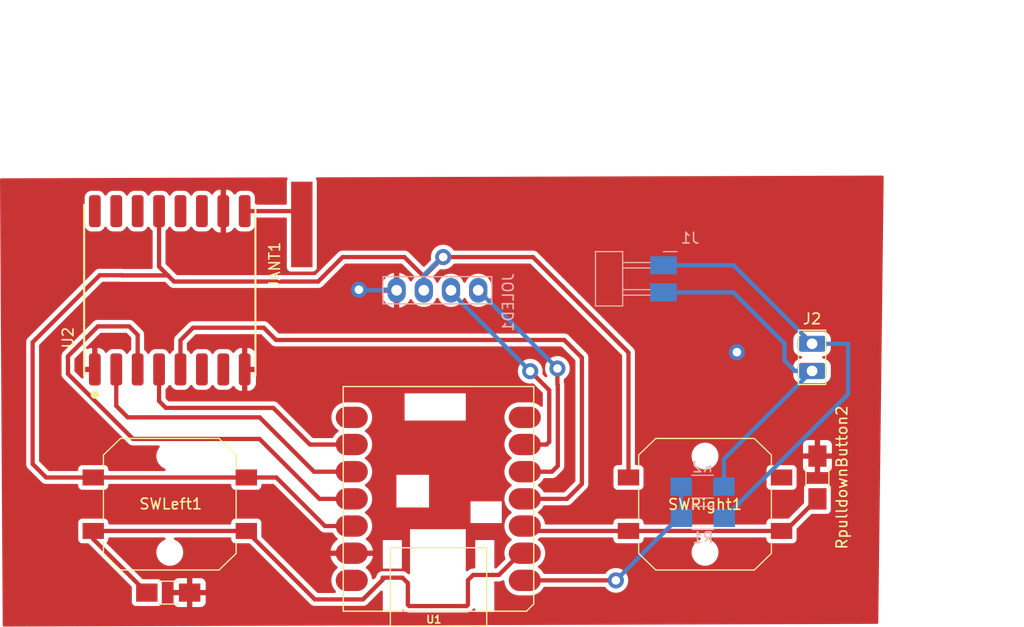
<source format=kicad_pcb>
(kicad_pcb (version 20221018) (generator pcbnew)

  (general
    (thickness 1.6)
  )

  (paper "A4")
  (layers
    (0 "F.Cu" signal)
    (31 "B.Cu" signal)
    (32 "B.Adhes" user "B.Adhesive")
    (33 "F.Adhes" user "F.Adhesive")
    (34 "B.Paste" user)
    (35 "F.Paste" user)
    (36 "B.SilkS" user "B.Silkscreen")
    (37 "F.SilkS" user "F.Silkscreen")
    (38 "B.Mask" user)
    (39 "F.Mask" user)
    (40 "Dwgs.User" user "User.Drawings")
    (41 "Cmts.User" user "User.Comments")
    (42 "Eco1.User" user "User.Eco1")
    (43 "Eco2.User" user "User.Eco2")
    (44 "Edge.Cuts" user)
    (45 "Margin" user)
    (46 "B.CrtYd" user "B.Courtyard")
    (47 "F.CrtYd" user "F.Courtyard")
    (48 "B.Fab" user)
    (49 "F.Fab" user)
    (50 "User.1" user)
    (51 "User.2" user)
    (52 "User.3" user)
    (53 "User.4" user)
    (54 "User.5" user)
    (55 "User.6" user)
    (56 "User.7" user)
    (57 "User.8" user)
    (58 "User.9" user)
  )

  (setup
    (stackup
      (layer "F.SilkS" (type "Top Silk Screen"))
      (layer "F.Paste" (type "Top Solder Paste"))
      (layer "F.Mask" (type "Top Solder Mask") (thickness 0.01))
      (layer "F.Cu" (type "copper") (thickness 0.035))
      (layer "dielectric 1" (type "core") (thickness 1.51) (material "FR4") (epsilon_r 4.5) (loss_tangent 0.02))
      (layer "B.Cu" (type "copper") (thickness 0.035))
      (layer "B.Mask" (type "Bottom Solder Mask") (thickness 0.01))
      (layer "B.Paste" (type "Bottom Solder Paste"))
      (layer "B.SilkS" (type "Bottom Silk Screen"))
      (copper_finish "None")
      (dielectric_constraints no)
    )
    (pad_to_mask_clearance 0)
    (pcbplotparams
      (layerselection 0x0040000_ffffffff)
      (plot_on_all_layers_selection 0x0000000_00000000)
      (disableapertmacros false)
      (usegerberextensions false)
      (usegerberattributes true)
      (usegerberadvancedattributes true)
      (creategerberjobfile true)
      (dashed_line_dash_ratio 12.000000)
      (dashed_line_gap_ratio 3.000000)
      (svgprecision 4)
      (plotframeref false)
      (viasonmask false)
      (mode 1)
      (useauxorigin false)
      (hpglpennumber 1)
      (hpglpenspeed 20)
      (hpglpendiameter 15.000000)
      (dxfpolygonmode true)
      (dxfimperialunits true)
      (dxfusepcbnewfont true)
      (psnegative false)
      (psa4output false)
      (plotreference true)
      (plotvalue true)
      (plotinvisibletext false)
      (sketchpadsonfab false)
      (subtractmaskfromsilk false)
      (outputformat 1)
      (mirror false)
      (drillshape 0)
      (scaleselection 1)
      (outputdirectory "./")
    )
  )

  (net 0 "")
  (net 1 "GND")
  (net 2 "SDA")
  (net 3 "SCL")
  (net 4 "+3.3V")
  (net 5 "mosi")
  (net 6 "miso")
  (net 7 "sck")
  (net 8 "d1")
  (net 9 "+5V")
  (net 10 "cs")
  (net 11 "unconnected-(U2-DIO5-Pad7)")
  (net 12 "unconnected-(U2-DIO3-Pad11)")
  (net 13 "unconnected-(U2-DIO4-Pad12)")
  (net 14 "unconnected-(U2-DIO0-Pad14)")
  (net 15 "unconnected-(U2-DIO1-Pad15)")
  (net 16 "unconnected-(U2-DIO2-Pad16)")
  (net 17 "ANT")
  (net 18 "D0")
  (net 19 "d2")
  (net 20 "unconnected-(U1-PB08_A6_D6_TX-Pad7)")
  (net 21 "BATTERY+")
  (net 22 "BATTERY-")
  (net 23 "unconnected-(U1-PB09_A7_D7_RX-Pad8)")
  (net 24 "unconnected-(U2-RESET-Pad6)")

  (footprint "fab:R_1206" (layer "F.Cu") (at 119.856 88.265))

  (footprint "fab:PinHeader_1x01_P2.54mm_Horizontal_SMD" (layer "F.Cu") (at 132.334 53.848 90))

  (footprint "xiaoesp32c3:MOUDLE14P-SMD-2.54-21X17.8MM" (layer "F.Cu") (at 154 69 180))

  (footprint "button_switch_smd:SW_Push_1P1T_NO_CK_PTS125Sx43PSMTR" (layer "F.Cu") (at 170 80 180))

  (footprint "fab:PinHeader_1x02_P2.54mm_Vertical_THT_D1mm" (layer "F.Cu") (at 180 65))

  (footprint "button_switch_smd:SW_Push_1P1T_NO_CK_PTS125Sx43PSMTR" (layer "F.Cu") (at 120 80 180))

  (footprint "RFM85-LoRA:XCVR_RFM95W-868S2" (layer "F.Cu") (at 120 60 90))

  (footprint "fab:R_1206" (layer "F.Cu") (at 180.5 77.5 90))

  (footprint "fab:PinHeader_1x04_P2.54mm_Vertical_THT_D1mm" (layer "B.Cu") (at 145 60 90))

  (footprint "fab:PinHeader_1x02_P2.54mm_Horizontal_SMD" (layer "B.Cu") (at 166.116 57.658 180))

  (footprint "fab:R_1206" (layer "B.Cu") (at 169.767 78.359 180))

  (footprint "fab:R_1206" (layer "B.Cu") (at 169.799 81.28))

  (gr_circle (center 182 53) (end 183 53)
    (stroke (width 0.1) (type default)) (fill none) (layer "User.1") (tstamp 7867ddc4-9e5c-4e76-a26d-4f464a8a636f))
  (gr_circle (center 108 53) (end 109 53)
    (stroke (width 0.1) (type default)) (fill none) (layer "User.1") (tstamp 8234a9a9-8019-4881-aec3-396d81d3c4f7))
  (gr_circle (center 182 87) (end 183 87)
    (stroke (width 0.1) (type default)) (fill none) (layer "User.1") (tstamp bf8370a9-ab0b-4131-a9c7-c25b99c2a623))
  (gr_rect (start 105 50) (end 185 90)
    (stroke (width 0.1) (type default)) (fill none) (layer "User.1") (tstamp e6ea64d1-1d76-443f-befa-635370ea386f))
  (gr_circle (center 108 87) (end 109 87)
    (stroke (width 0.1) (type default)) (fill none) (layer "User.1") (tstamp f99c4559-41b7-43e9-a0d5-24636460fef5))
  (gr_rect (start 139.7 73.406) (end 151.892 83.312)
    (stroke (width 0.1) (type default)) (fill none) (layer "User.1") (tstamp fff546fc-9384-454a-b9ca-c16c47b07a73))

  (via (at 137.668 59.944) (size 1.5) (drill 0.8) (layers "F.Cu" "B.Cu") (free) (net 1) (tstamp 09c96524-6d8a-4757-abe9-90bf2eeda231))
  (via (at 172.974 65.786) (size 1.5) (drill 0.8) (layers "F.Cu" "B.Cu") (free) (net 1) (tstamp 575e76d5-e1e0-438b-b7b8-2f22b32b8162))
  (segment (start 137.724 60) (end 137.668 59.944) (width 0.4) (layer "B.Cu") (net 1) (tstamp 73b8c1a8-2c28-4f7c-97c7-75cf118ac243))
  (segment (start 141.19 60) (end 137.724 60) (width 0.4) (layer "B.Cu") (net 1) (tstamp be13b126-73e0-41a8-b773-9f59fb2e2f11))
  (segment (start 156.248 68.834) (end 156.21 68.796) (width 0.4) (layer "F.Cu") (net 2) (tstamp 64a11190-d790-4dd7-8787-3ef3e8a01078))
  (segment (start 156.248 67.653) (end 156.337 67.564) (width 0.4) (layer "F.Cu") (net 2) (tstamp 82129e3c-7109-4701-8444-c81f96608a19))
  (segment (start 153.165 76.96) (end 155.704 76.96) (width 0.4) (layer "F.Cu") (net 2) (tstamp bb07765d-e18d-47d8-9b86-236abb8aee5a))
  (segment (start 156.21 68.796) (end 156.21 67.31) (width 0.4) (layer "F.Cu") (net 2) (tstamp c11477e5-4500-4d40-b3fd-f02dda97acf9))
  (segment (start 155.704 76.96) (end 156.248 76.416) (width 0.4) (layer "F.Cu") (net 2) (tstamp c4254a60-f968-4859-887d-6009eb5f45e5))
  (segment (start 156.248 76.416) (end 156.248 68.834) (width 0.4) (layer "F.Cu") (net 2) (tstamp d0e3e234-69db-4903-9042-f3690c425e01))
  (via (at 156.21 67.31) (size 1.5) (drill 0.8) (layers "F.Cu" "B.Cu") (net 2) (tstamp 112ea4c0-4150-4a1b-9c68-b11de557ac27))
  (segment (start 151.13 62.32) (end 148.81 60) (width 0.4) (layer "B.Cu") (net 2) (tstamp 489b9cd7-24ab-4175-80a7-b9a87a2a3ef1))
  (segment (start 151.13 62.32) (end 151.22 62.32) (width 0.4) (layer "B.Cu") (net 2) (tstamp 57880640-c56e-48a9-9065-25c936f10bf6))
  (segment (start 151.22 62.32) (end 156.21 67.31) (width 0.4) (layer "B.Cu") (net 2) (tstamp a52f832f-2cbe-4d0d-bb7e-e841b7536083))
  (segment (start 151.13 62.357) (end 151.13 62.32) (width 0.4) (layer "B.Cu") (net 2) (tstamp c891c450-7bb3-465a-9db6-8a99a988736d))
  (segment (start 155.448 69.342) (end 153.67 67.564) (width 0.4) (layer "F.Cu") (net 3) (tstamp 2d2620a5-f491-4741-969e-ec6766199361))
  (segment (start 153.165 74.42) (end 155.196 74.42) (width 0.4) (layer "F.Cu") (net 3) (tstamp c9884ab2-b997-4b9a-9ed3-505bd845261a))
  (segment (start 155.196 74.42) (end 155.448 74.168) (width 0.4) (layer "F.Cu") (net 3) (tstamp ce6befb9-2ed6-43c4-ba64-76a0069d1ba3))
  (segment (start 155.448 74.168) (end 155.448 69.342) (width 0.4) (layer "F.Cu") (net 3) (tstamp cebd140f-be83-4b9c-b523-25fd36891c78))
  (via (at 153.67 67.564) (size 1.5) (drill 0.8) (layers "F.Cu" "B.Cu") (net 3) (tstamp d140dd0e-029b-4620-83bd-34623324dbb4))
  (segment (start 146.27 60.164) (end 153.67 67.564) (width 0.4) (layer "B.Cu") (net 3) (tstamp 87651092-d978-47ac-ae31-755e86a56eed))
  (segment (start 146.27 60) (end 146.27 60.164) (width 0.4) (layer "B.Cu") (net 3) (tstamp 9bbc531e-6e90-4816-b938-f803b4104cc1))
  (segment (start 141.918 56.896) (end 143.73 58.708) (width 0.4) (layer "F.Cu") (net 4) (tstamp 06d839be-4122-4f9d-a9c1-dabba244c13d))
  (segment (start 112.85 77.5) (end 108.45 77.5) (width 0.4) (layer "F.Cu") (net 4) (tstamp 0811efa5-c074-42a2-bdc5-0e55e0780e0f))
  (segment (start 134.491 82.04) (end 137 82.04) (width 0.4) (layer "F.Cu") (net 4) (tstamp 25189dba-76d6-43fd-9957-fb8541c87108))
  (segment (start 127.15 77.5) (end 112.85 77.5) (width 0.4) (layer "F.Cu") (net 4) (tstamp 2a378758-e5bf-4953-96d1-2a19e47683d6))
  (segment (start 127.15 77.5) (end 129.951 77.5) (width 0.4) (layer "F.Cu") (net 4) (tstamp 37f46467-7f3d-4376-b139-800314fae673))
  (segment (start 119 53.05) (end 119 52.6) (width 0.4) (layer "F.Cu") (net 4) (tstamp 44613ada-5fc0-42f8-a071-96989cba97b6))
  (segment (start 115.5065 58.6105) (end 115.489 58.593) (width 0.4) (layer "F.Cu") (net 4) (tstamp 4eb327d8-2085-46f1-9a05-2ef8934b9122))
  (segment (start 119.8245 58.6105) (end 115.5065 58.6105) (width 0.4) (layer "F.Cu") (net 4) (tstamp 57d92eb6-b87a-4306-afb7-7af4c52eee8f))
  (segment (start 133.858 59.182) (end 136.144 56.896) (width 0.4) (layer "F.Cu") (net 4) (tstamp 6277c616-d579-4daf-8b6a-0a7514595f88))
  (segment (start 153.924 56.896) (end 145.542 56.896) (width 0.4) (layer "F.Cu") (net 4) (tstamp 6e832af5-6b6d-4f4c-9314-7089a96642a7))
  (segment (start 119 57.786) (end 119.8245 58.6105) (width 0.4) (layer "F.Cu") (net 4) (tstamp 8000e97f-1b66-4b11-865b-6395886cdc1f))
  (segment (start 108.45 77.5) (end 107.188 76.238) (width 0.4) (layer "F.Cu") (net 4) (tstamp 86ba0781-0e89-43af-87b3-c042e99392ba))
  (segment (start 162.85 77.5) (end 162.85 65.822) (width 0.4) (layer "F.Cu") (net 4) (tstamp 889b49fd-2a7a-4a9e-9463-c5a406c52329))
  (segment (start 107.188 76.238) (end 107.188 64.862) (width 0.4) (layer "F.Cu") (net 4) (tstamp 898ff355-e094-48e6-ae68-3a1c953c2eaf))
  (segment (start 119 52.6) (end 119 57.786) (width 0.4) (layer "F.Cu") (net 4) (tstamp 8f5f91a6-bcbc-4739-a19a-1f89337b91a7))
  (segment (start 115.489 58.593) (end 113.457 58.593) (width 0.4) (layer "F.Cu") (net 4) (tstamp 9a004d21-5f2b-4fdd-8367-eb279bcceab4))
  (segment (start 162.85 65.822) (end 153.924 56.896) (width 0.4) (layer "F.Cu") (net 4) (tstamp 9faefa71-5107-4c83-a991-af75b0f76fa9))
  (segment (start 136.144 56.896) (end 141.918 56.896) (width 0.4) (layer "F.Cu") (net 4) (tstamp 9fbdef28-3da1-47d6-ac92-dea763ae2280))
  (segment (start 145.542 56.896) (end 143.73 58.708) (width 0.4) (layer "F.Cu") (net 4) (tstamp a147ee9c-c848-4120-8f86-97198907bb84))
  (segment (start 129.951 77.5) (end 134.491 82.04) (width 0.4) (layer "F.Cu") (net 4) (tstamp bd15281e-6116-4c6d-bd64-3469e238183b))
  (segment (start 137 82.04) (end 136.54 82.5) (width 0.4) (layer "F.Cu") (net 4) (tstamp cca4c77d-fbde-4d30-9426-4caac162fd7b))
  (segment (start 120.396 59.182) (end 133.858 59.182) (width 0.4) (layer "F.Cu") (net 4) (tstamp e30e57ba-5cf0-46a7-a207-92ee8b95c29c))
  (segment (start 143.73 58.708) (end 143.73 60) (width 0.4) (layer "F.Cu") (net 4) (tstamp e712874c-4dbe-4722-9f93-52ed54fad8c2))
  (segment (start 119.8245 58.6105) (end 120.396 59.182) (width 0.4) (layer "F.Cu") (net 4) (tstamp edd9b6b7-7202-44f7-9354-4dfc3b5fb09b))
  (segment (start 107.188 64.862) (end 113.457 58.593) (width 0.4) (layer "F.Cu") (net 4) (tstamp f7df3778-3e83-4bbc-b930-f3b9f923f85f))
  (via (at 145.542 56.896) (size 1.5) (drill 0.8) (layers "F.Cu" "B.Cu") (net 4) (tstamp b55444dd-e735-4ffd-87ab-552b242d47ba))
  (segment (start 145.542 56.896) (end 145.415 56.896) (width 0.4) (layer "B.Cu") (net 4) (tstamp 3f45e0a0-e9b8-40e7-97cd-080fb4a85247))
  (segment (start 143.73 58.581) (end 143.73 60) (width 0.4) (layer "B.Cu") (net 4) (tstamp 6e4167bd-795f-4f01-bb44-d6c414612437))
  (segment (start 145.415 56.896) (end 143.73 58.581) (width 0.4) (layer "B.Cu") (net 4) (tstamp c48b1224-e5e3-4de0-8a03-3b17dfc3211f))
  (segment (start 110.49 67.818) (end 116.572 73.9) (width 0.4) (layer "F.Cu") (net 5) (tstamp 1b80f35a-ccd6-4166-82ad-c7283163593a))
  (segment (start 113.284 63.373) (end 110.49 66.167) (width 0.4) (layer "F.Cu") (net 5) (tstamp 301bb4c2-c524-4bec-9b2f-28abeb9062f5))
  (segment (start 117 64.168) (end 116.205 63.373) (width 0.4) (layer "F.Cu") (net 5) (tstamp 8006bbff-2fd7-4364-8373-65267186e7e0))
  (segment (start 128.383 73.9) (end 133.983 79.5) (width 0.4) (layer "F.Cu") (net 5) (tstamp 8480b755-03cf-4a27-9c10-3ac94924eb9e))
  (segment locked (start 117 67.4) (end 117 66.95) (width 0.4) (layer "F.Cu") (net 5) (tstamp a76a3b54-797f-40f9-bdb0-24b619cbff3d))
  (segment (start 117 67.4) (end 117 64.168) (width 0.4) (layer "F.Cu") (net 5) (tstamp ac4a1ddd-4f17-4ea8-8e5e-17dbce8cb5f7))
  (segment (start 116.572 73.9) (end 128.383 73.9) (width 0.4) (layer "F.Cu") (net 5) (tstamp c945350e-9cb4-4fe4-82fa-f35506a4039e))
  (segment (start 110.49 66.167) (end 110.49 67.818) (width 0.4) (layer "F.Cu") (net 5) (tstamp e1abf1be-d673-4805-8969-dbf0db667cf9))
  (segment (start 133.983 79.5) (end 137 79.5) (width 0.4) (layer "F.Cu") (net 5) (tstamp f7e34893-75db-4149-8544-aacecfb7429d))
  (segment (start 116.205 63.373) (end 113.284 63.373) (width 0.4) (layer "F.Cu") (net 5) (tstamp ff4c5f2e-db72-4ae5-acc8-f238c28b10ed))
  (segment (start 116.078 71.882) (end 128.397 71.882) (width 0.4) (layer "F.Cu") (net 6) (tstamp 0f072af0-0a36-4654-8dd8-526fde849ada))
  (segment (start 128.397 71.882) (end 133.475 76.96) (width 0.4) (layer "F.Cu") (net 6) (tstamp 24550fd4-c0e7-4bcd-895b-5387d3ce7ded))
  (segment (start 133.475 76.96) (end 137 76.96) (width 0.4) (layer "F.Cu") (net 6) (tstamp 7ee58ef7-4542-4126-b061-3dbbecdc83c1))
  (segment (start 115 70.804) (end 116.078 71.882) (width 0.4) (layer "F.Cu") (net 6) (tstamp afcbac90-2803-446c-bf9f-976d6f2425f7))
  (segment (start 115 67.4) (end 115 70.804) (width 0.4) (layer "F.Cu") (net 6) (tstamp ca352750-e17a-42ac-bc0d-e6b36047a36c))
  (segment (start 133.094 74.42) (end 137 74.42) (width 0.4) (layer "F.Cu") (net 7) (tstamp 21a05500-4235-45d5-a284-60b80372cdb8))
  (segment (start 119 67.4) (end 119 70.359) (width 0.4) (layer "F.Cu") (net 7) (tstamp 48ab74ea-08da-44bb-9096-fb154c612c66))
  (segment (start 119.634 70.993) (end 129.667 70.993) (width 0.4) (layer "F.Cu") (net 7) (tstamp 9f4a3f4b-265b-44fd-ab87-eba0b358825a))
  (segment (start 119 70.359) (end 119.634 70.993) (width 0.4) (layer "F.Cu") (net 7) (tstamp ca51266c-2b00-4520-9937-1e115a1f14f0))
  (segment (start 129.667 70.993) (end 133.094 74.42) (width 0.4) (layer "F.Cu") (net 7) (tstamp ce67ee26-ba03-49f6-baa7-b49358f3d0c2))
  (segment (start 138.049 88.9) (end 133.55 88.9) (width 0.4) (layer "F.Cu") (net 8) (tstamp 0d628e69-9783-4288-98b3-96da59956d78))
  (segment (start 139.889742 87.059258) (end 138.049 88.9) (width 0.4) (layer "F.Cu") (net 8) (tstamp 42a0ef6c-cfdb-4eb1-ab66-ba800ea13550))
  (segment (start 152.775157 84.58) (end 150.741157 86.614) (width 0.4) (layer "F.Cu") (net 8) (tstamp 4414adee-2359-4c90-829c-8f10c9219e41))
  (segment (start 147.732844 89.52) (end 142.360156 89.52) (width 0.4) (layer "F.Cu") (net 8) (tstamp 5f08826e-9d38-49ac-bac3-a94f5f0d596c))
  (segment (start 142.360156 89.52) (end 142.24 89.399844) (width 0.4) (layer "F.Cu") (net 8) (tstamp 5f71ff66-2882-4f77-ae4a-18bfe1d8ad51))
  (segment (start 112.85 82.5) (end 127.15 82.5) (width 0.4) (layer "F.Cu") (net 8) (tstamp 63357b6e-29cb-4d4d-ae58-b3e7cb33a540))
  (segment (start 142.24 89.399844) (end 142.24 87.376) (width 0.4) (layer "F.Cu") (net 8) (tstamp 73a1c1a6-0f80-4bc3-a53e-55affd9a2617))
  (segment (start 112.85 83.259) (end 117.856 88.265) (width 0.4) (layer "F.Cu") (net 8) (tstamp 7446ea1c-25ac-47b2-9f00-8a9ccfff7314))
  (segment (start 153.165 84.58) (end 152.037844 84.58) (width 0.4) (layer "F.Cu") (net 8) (tstamp 97e98add-cf0b-4263-b131-52621d0980a5))
  (segment (start 141.732 86.868) (end 139.889742 86.868) (width 0.4) (layer "F.Cu") (net 8) (tstamp 996b9ed5-3722-4aae-b536-1d882ea81318))
  (segment (start 112.85 82.5) (end 112.85 83.259) (width 0.4) (layer "F.Cu") (net 8) (tstamp a3e09d63-c55c-46df-bbbb-518ecb119523))
  (segment (start 139.889742 86.868) (end 139.889742 87.059258) (width 0.4) (layer "F.Cu") (net 8) (tstamp c6c6005c-08d7-458f-8168-a58252a287e2))
  (segment (start 148.336 86.614) (end 147.85 87.1) (width 0.4) (layer "F.Cu") (net 8) (tstamp e7e0904d-28c0-4682-97f1-7ae672171e43))
  (segment (start 147.85 87.1) (end 147.85 89.402844) (width 0.4) (layer "F.Cu") (net 8) (tstamp ecdc97a1-2709-4ce3-9eb1-7e41dc5ba088))
  (segment (start 142.24 87.376) (end 141.732 86.868) (width 0.4) (layer "F.Cu") (net 8) (tstamp eed83c3c-d565-4429-8bad-2280ccb77f39))
  (segment (start 153.165 84.58) (end 152.775157 84.58) (width 0.4) (layer "F.Cu") (net 8) (tstamp f04f3408-2e39-4689-a288-eb9c03ccecba))
  (segment (start 150.741157 86.614) (end 148.336 86.614) (width 0.4) (layer "F.Cu") (net 8) (tstamp f15a0546-ed48-48cb-9b26-2a6ea3abf66e))
  (segment (start 133.55 88.9) (end 127.15 82.5) (width 0.4) (layer "F.Cu") (net 8) (tstamp f66f32ba-965e-48e0-b194-96e8778be401))
  (segment (start 147.85 89.402844) (end 147.732844 89.52) (width 0.4) (layer "F.Cu") (net 8) (tstamp ffb845aa-58ec-450b-aaf4-af41a784f951))
  (segment (start 121 64.674) (end 122.174 63.5) (width 0.4) (layer "F.Cu") (net 10) (tstamp 2f13b64c-c024-4592-bc9d-165c161fdeff))
  (segment (start 157.101 79.5) (end 158.496 78.105) (width 0.4) (layer "F.Cu") (net 10) (tstamp 482c96be-b3e7-4eba-b680-cf9eb1b49986))
  (segment (start 122.174 63.5) (end 128.778 63.5) (width 0.4) (layer "F.Cu") (net 10) (tstamp 8a993c9e-5a3b-4081-8041-6817fbc06e11))
  (segment (start 153.165 79.5) (end 157.101 79.5) (width 0.4) (layer "F.Cu") (net 10) (tstamp b1bcb946-6fee-4791-b64d-8524a5ac5c40))
  (segment (start 121 67.4) (end 121 64.674) (width 0.4) (layer "F.Cu") (net 10) (tstamp b3f901f5-4c46-4b2b-874e-a02bf051f2f1))
  (segment (start 128.778 63.5) (end 129.921 64.643) (width 0.4) (layer "F.Cu") (net 10) (tstamp b486c01c-1485-4855-bb1b-f8207cbbe089))
  (segment (start 158.496 66.294) (end 156.845 64.643) (width 0.4) (layer "F.Cu") (net 10) (tstamp c3625320-66e5-4476-8e9c-ba02fbd4d0e9))
  (segment (start 121 68.137437) (end 121 67.4) (width 0.4) (layer "F.Cu") (net 10) (tstamp d42be311-3552-43f8-9482-c27036aa1427))
  (segment (start 156.845 64.643) (end 129.921 64.643) (width 0.4) (layer "F.Cu") (net 10) (tstamp eccd4d13-19b2-4dbf-b9c6-42ce42847a4d))
  (segment (start 158.496 78.105) (end 158.496 66.294) (width 0.4) (layer "F.Cu") (net 10) (tstamp f22ae12c-3433-440c-85ca-df9f26620f14))
  (segment (start 132.334 53.848) (end 132.334 52.578) (width 0.4) (layer "F.Cu") (net 17) (tstamp 6785befb-6f3c-4a68-8270-72aa53dbc59c))
  (segment (start 132.312 52.6) (end 127 52.6) (width 0.4) (layer "F.Cu") (net 17) (tstamp b1ae35eb-dce3-455c-bf65-b3707b09bb13))
  (segment (start 132.334 52.578) (end 132.312 52.6) (width 0.4) (layer "F.Cu") (net 17) (tstamp d36701ad-0523-460b-bb01-8fc0fcaa9343))
  (segment (start 153.165 87.12) (end 161.923 87.12) (width 0.4) (layer "F.Cu") (net 18) (tstamp 8f36bbbb-8ffe-42ac-8ef8-bd0037d4e1ad))
  (via (at 161.671 87.122) (size 1.5) (drill 0.8) (layers "F.Cu" "B.Cu") (net 18) (tstamp 798a8c68-6261-470a-9d04-dc0a11b3e3e1))
  (segment (start 167.513 81.28) (end 167.799 81.28) (width 0.4) (layer "B.Cu") (net 18) (tstamp 12ffc232-c024-480a-8150-45a29c07558c))
  (segment (start 167.767 78.359) (end 167.767 81.248) (width 0.4) (layer "B.Cu") (net 18) (tstamp 1830e6ed-d1dd-413e-9269-893f09eeae63))
  (segment (start 167.767 81.248) (end 167.799 81.28) (width 0.4) (layer "B.Cu") (net 18) (tstamp defbfffd-6391-4d36-9102-e83c7a18f1aa))
  (segment (start 161.671 87.122) (end 167.513 81.28) (width 0.4) (layer "B.Cu") (net 18) (tstamp f204e816-10b8-48f8-a9b6-97eb3d01afe2))
  (segment (start 162.85 82.5) (end 153.625 82.5) (width 0.4) (layer "F.Cu") (net 19) (tstamp 08301134-56d6-42c4-9551-ada57a7e44e9))
  (segment (start 177.15 82.5) (end 177.5 82.5) (width 0.4) (layer "F.Cu") (net 19) (tstamp 42cec5a4-f029-4b21-9f06-0bef2ae8ed84))
  (segment (start 177.5 82.5) (end 180.5 79.5) (width 0.4) (layer "F.Cu") (net 19) (tstamp 6b1ad721-6b2e-44fa-8f6e-b573febcf87f))
  (segment (start 153.625 82.5) (end 153.165 82.04) (width 0.4) (layer "F.Cu") (net 19) (tstamp a305f63f-1a05-48fe-b12f-26d5fd6034f8))
  (segment (start 162.85 82.5) (end 177.15 82.5) (width 0.4) (layer "F.Cu") (net 19) (tstamp e2d0fb9f-350e-40c0-a808-933646f5a3cc))
  (segment (start 180 65) (end 183.364 65) (width 0.4) (layer "B.Cu") (net 21) (tstamp 52ef8725-6b5f-4a24-b921-be35d8bb605f))
  (segment (start 183.364 65) (end 183.364 69.715) (width 0.4) (layer "B.Cu") (net 21) (tstamp 5998f3fa-9d9d-4112-9104-f240b4749d71))
  (segment (start 172.658 57.658) (end 180 65) (width 0.4) (layer "B.Cu") (net 21) (tstamp 5d8cb8fa-57cc-4c90-b61f-068b3c7443d1))
  (segment (start 166.116 57.658) (end 172.658 57.658) (width 0.4) (layer "B.Cu") (net 21) (tstamp 89c10ee6-63d1-4ff5-a414-c9f97d4ceaf6))
  (segment (start 183.364 69.715) (end 171.799 81.28) (width 0.4) (layer "B.Cu") (net 21) (tstamp a2cc9d93-835a-4321-868c-dbe724fc755b))
  (segment (start 171.767 78.359) (end 171.767 75.773) (width 0.4) (layer "B.Cu") (net 22) (tstamp 1f9c77c3-8e79-426e-b393-3bafacc23224))
  (segment (start 172.658 60.198) (end 177.419 64.959) (width 0.4) (layer "B.Cu") (net 22) (tstamp 4201d2b9-49e6-45f0-af7b-baee33324627))
  (segment (start 178.411 67.54) (end 180 67.54) (width 0.4) (layer "B.Cu") (net 22) (tstamp 7c407090-bc16-41a1-a182-8cf86070ea23))
  (segment (start 177.419 64.959) (end 177.419 66.548) (width 0.4) (layer "B.Cu") (net 22) (tstamp 99460332-d1cc-4434-a4ac-c105fa0697c1))
  (segment (start 171.767 75.773) (end 180 67.54) (width 0.4) (layer "B.Cu") (net 22) (tstamp a6b23dbc-7e9c-4844-91ce-d4e8a0112355))
  (segment (start 166.116 60.198) (end 172.658 60.198) (width 0.4) (layer "B.Cu") (net 22) (tstamp bc0a074f-100e-4104-9a82-2282a1977910))
  (segment (start 177.419 66.548) (end 178.411 67.54) (width 0.4) (layer "B.Cu") (net 22) (tstamp e251305a-8669-4d8e-9084-5571aa258a61))
  (segment (start 123 66.7) (end 123 67.4) (width 0.4) (layer "F.Cu") (net 24) (tstamp 237b4b7f-0488-41b8-a512-031ffe466e09))

  (zone (net 1) (net_name "GND") (layer "F.Cu") (tstamp 407fa3c1-6476-4d24-b1a7-207fb336e0b7) (name "GND") (hatch edge 0.5)
    (connect_pads (clearance 0))
    (min_thickness 0.25) (filled_areas_thickness no)
    (fill yes (thermal_gap 0.5) (thermal_bridge_width 0.5))
    (polygon
      (pts
        (xy 104.14 49.53)
        (xy 186.69 49.276)
        (xy 186.182 91.186)
        (xy 104.394 91.44)
      )
    )
    (filled_polygon
      (layer "F.Cu")
      (pts
        (xy 115.952356 63.982939)
        (xy 115.992584 64.009819)
        (xy 116.363181 64.380416)
        (xy 116.390061 64.420644)
        (xy 116.3995 64.468097)
        (xy 116.3995 65.512499)
        (xy 116.383506 65.573415)
        (xy 116.339649 65.618616)
        (xy 116.311769 65.635469)
        (xy 116.311764 65.635472)
        (xy 116.305347 65.639352)
        (xy 116.300044 65.644654)
        (xy 116.30004 65.644658)
        (xy 116.194655 65.750043)
        (xy 116.194651 65.750047)
        (xy 116.189352 65.755347)
        (xy 116.185478 65.761755)
        (xy 116.185472 65.761763)
        (xy 116.106117 65.893035)
        (xy 116.060916 65.936891)
        (xy 116 65.952885)
        (xy 115.939084 65.936891)
        (xy 115.893883 65.893035)
        (xy 115.814527 65.761763)
        (xy 115.814525 65.76176)
        (xy 115.810648 65.755347)
        (xy 115.694653 65.639352)
        (xy 115.68824 65.635475)
        (xy 115.688236 65.635472)
        (xy 115.560687 65.558367)
        (xy 115.560685 65.558366)
        (xy 115.55427 65.554488)
        (xy 115.547112 65.552257)
        (xy 115.547109 65.552256)
        (xy 115.403921 65.507636)
        (xy 115.403912 65.507634)
        (xy 115.397657 65.505685)
        (xy 115.391125 65.505091)
        (xy 115.391123 65.505091)
        (xy 115.332403 65.499755)
        (xy 115.332397 65.499754)
        (xy 115.329594 65.4995)
        (xy 114.670406 65.4995)
        (xy 114.667603 65.499754)
        (xy 114.667596 65.499755)
        (xy 114.608876 65.505091)
        (xy 114.608872 65.505091)
        (xy 114.602343 65.505685)
        (xy 114.596089 65.507633)
        (xy 114.596078 65.507636)
        (xy 114.45289 65.552256)
        (xy 114.452883 65.552258)
        (xy 114.44573 65.554488)
        (xy 114.439317 65.558364)
        (xy 114.439312 65.558367)
        (xy 114.311763 65.635472)
        (xy 114.311755 65.635478)
        (xy 114.305347 65.639352)
        (xy 114.300047 65.644651)
        (xy 114.300043 65.644655)
        (xy 114.194655 65.750043)
        (xy 114.194651 65.750047)
        (xy 114.189352 65.755347)
        (xy 114.185477 65.761757)
        (xy 114.18547 65.761766)
        (xy 114.164594 65.7963)
        (xy 114.119858 65.839892)
        (xy 114.059548 65.856144)
        (xy 113.998965 65.840934)
        (xy 113.953484 65.798121)
        (xy 113.888461 65.694638)
        (xy 113.879825 65.683809)
        (xy 113.76619 65.570174)
        (xy 113.755361 65.561538)
        (xy 113.619279 65.476032)
        (xy 113.606822 65.470033)
        (xy 113.455115 65.416949)
        (xy 113.441623 65.41387)
        (xy 113.321988 65.40039)
        (xy 113.31504 65.4)
        (xy 113.266326 65.4)
        (xy 113.25345 65.40345)
        (xy 113.25 65.416326)
        (xy 113.25 67.526)
        (xy 113.233387 67.588)
        (xy 113.188 67.633387)
        (xy 113.126 67.65)
        (xy 111.966326 67.65)
        (xy 111.95345 67.65345)
        (xy 111.95 67.666326)
        (xy 111.95 68.129403)
        (xy 111.936485 68.185698)
        (xy 111.898885 68.229721)
        (xy 111.845398 68.251876)
        (xy 111.787682 68.247334)
        (xy 111.738319 68.217084)
        (xy 111.126819 67.605584)
        (xy 111.099939 67.565356)
        (xy 111.0905 67.517903)
        (xy 111.0905 66.467097)
        (xy 111.099939 66.419644)
        (xy 111.126819 66.379416)
        (xy 111.471819 66.034416)
        (xy 111.840444 65.66579)
        (xy 111.891573 65.634982)
        (xy 111.951175 65.631635)
        (xy 112.005434 65.656525)
        (xy 112.041776 65.703884)
        (xy 112.051777 65.762736)
        (xy 112.033119 65.819442)
        (xy 112.026033 65.83072)
        (xy 112.020033 65.843177)
        (xy 111.966951 65.994878)
        (xy 111.96387 66.008376)
        (xy 111.95039 66.128011)
        (xy 111.95 66.13496)
        (xy 111.95 67.133674)
        (xy 111.95345 67.146549)
        (xy 111.966326 67.15)
        (xy 112.733674 67.15)
        (xy 112.746549 67.146549)
        (xy 112.75 67.133674)
        (xy 112.75 65.416326)
        (xy 112.746549 65.40345)
        (xy 112.733674 65.4)
        (xy 112.68496 65.4)
        (xy 112.678011 65.40039)
        (xy 112.558376 65.41387)
        (xy 112.544884 65.416949)
        (xy 112.393177 65.470033)
        (xy 112.38072 65.476033)
        (xy 112.369442 65.483119)
        (xy 112.312736 65.501777)
        (xy 112.253884 65.491776)
        (xy 112.206525 65.455434)
        (xy 112.181635 65.401175)
        (xy 112.184982 65.341573)
        (xy 112.21579 65.290444)
        (xy 113.496416 64.009819)
        (xy 113.536644 63.982939)
        (xy 113.584097 63.9735)
        (xy 115.904903 63.9735)
      )
    )
    (filled_polygon
      (layer "F.Cu")
      (pts
        (xy 186.626696 49.293122)
        (xy 186.672305 49.339145)
        (xy 186.688474 49.401889)
        (xy 186.18348 91.063883)
        (xy 186.166437 91.125135)
        (xy 186.121277 91.169889)
        (xy 186.059874 91.186379)
        (xy 104.517633 91.439616)
        (xy 104.455688 91.423257)
        (xy 104.410177 91.378161)
        (xy 104.39325 91.316371)
        (xy 104.301866 76.238)
        (xy 106.582318 76.238)
        (xy 106.583379 76.246059)
        (xy 106.5875 76.277361)
        (xy 106.601894 76.386702)
        (xy 106.601895 76.386708)
        (xy 106.602956 76.394762)
        (xy 106.606065 76.402268)
        (xy 106.606066 76.402271)
        (xy 106.660354 76.533333)
        (xy 106.663464 76.540841)
        (xy 106.759718 76.666282)
        (xy 106.766164 76.671228)
        (xy 106.784769 76.685504)
        (xy 106.796964 76.696199)
        (xy 107.991799 77.891034)
        (xy 108.002489 77.903222)
        (xy 108.021718 77.928282)
        (xy 108.147158 78.024535)
        (xy 108.147159 78.024536)
        (xy 108.293238 78.085044)
        (xy 108.45 78.105683)
        (xy 108.481308 78.10156)
        (xy 108.497494 78.1005)
        (xy 111.325501 78.1005)
        (xy 111.387501 78.117113)
        (xy 111.432888 78.1625)
        (xy 111.449501 78.2245)
        (xy 111.449501 78.281518)
        (xy 111.450261 78.28632)
        (xy 111.450262 78.286326)
        (xy 111.458279 78.336945)
        (xy 111.464354 78.375304)
        (xy 111.46878 78.383991)
        (xy 111.468782 78.383996)
        (xy 111.484217 78.414288)
        (xy 111.52195 78.488342)
        (xy 111.611658 78.57805)
        (xy 111.724696 78.635646)
        (xy 111.818481 78.6505)
        (xy 113.881518 78.650499)
        (xy 113.975304 78.635646)
        (xy 114.088342 78.57805)
        (xy 114.17805 78.488342)
        (xy 114.235646 78.375304)
        (xy 114.2505 78.281519)
        (xy 114.2505 78.2245)
        (xy 114.267113 78.1625)
        (xy 114.3125 78.117113)
        (xy 114.3745 78.1005)
        (xy 125.625501 78.1005)
        (xy 125.687501 78.117113)
        (xy 125.732888 78.1625)
        (xy 125.749501 78.2245)
        (xy 125.749501 78.281518)
        (xy 125.750261 78.28632)
        (xy 125.750262 78.286326)
        (xy 125.758279 78.336945)
        (xy 125.764354 78.375304)
        (xy 125.76878 78.383991)
        (xy 125.768782 78.383996)
        (xy 125.784217 78.414288)
        (xy 125.82195 78.488342)
        (xy 125.911658 78.57805)
        (xy 126.024696 78.635646)
        (xy 126.118481 78.6505)
        (xy 128.181518 78.650499)
        (xy 128.275304 78.635646)
        (xy 128.388342 78.57805)
        (xy 128.47805 78.488342)
        (xy 128.535646 78.375304)
        (xy 128.5505 78.281519)
        (xy 128.5505 78.2245)
        (xy 128.567113 78.1625)
        (xy 128.6125 78.117113)
        (xy 128.6745 78.1005)
        (xy 129.650903 78.1005)
        (xy 129.698356 78.109939)
        (xy 129.738584 78.136819)
        (xy 134.032799 82.431034)
        (xy 134.043489 82.443222)
        (xy 134.062718 82.468282)
        (xy 134.104054 82.5)
        (xy 134.188159 82.564536)
        (xy 134.334238 82.625044)
        (xy 134.491 82.645683)
        (xy 134.522308 82.64156)
        (xy 134.538494 82.6405)
        (xy 135.157547 82.6405)
        (xy 135.219167 82.656894)
        (xy 135.264493 82.701742)
        (xy 135.349779 82.847079)
        (xy 135.349782 82.847084)
        (xy 135.352445 82.851621)
        (xy 135.506116 83.033884)
        (xy 135.510138 83.037275)
        (xy 135.645599 83.151486)
        (xy 135.680148 83.198637)
        (xy 135.689258 83.256378)
        (xy 135.670902 83.311876)
        (xy 135.633408 83.348634)
        (xy 135.63398 83.349434)
        (xy 135.621487 83.358354)
        (xy 135.439619 83.512389)
        (xy 135.432389 83.519619)
        (xy 135.278354 83.701487)
        (xy 135.272422 83.709794)
        (xy 135.150418 83.914544)
        (xy 135.14593 83.923724)
        (xy 135.059295 84.145752)
        (xy 135.05638 84.155543)
        (xy 135.022639 84.316462)
        (xy 135.022811 84.327554)
        (xy 135.033636 84.33)
        (xy 138.966364 84.33)
        (xy 138.977188 84.327554)
        (xy 138.97736 84.316462)
        (xy 138.943619 84.155543)
        (xy 138.940704 84.145752)
        (xy 138.854069 83.923724)
        (xy 138.849581 83.914544)
        (xy 138.727577 83.709794)
        (xy 138.721645 83.701487)
        (xy 138.56761 83.519619)
        (xy 138.56038 83.512389)
        (xy 138.378512 83.358354)
        (xy 138.368213 83.351)
        (xy 139.903 83.351)
        (xy 139.903 86.018)
        (xy 139.919328 86.018)
        (xy 139.922508 86.018852)
        (xy 139.925835 86.018)
        (xy 141.664674 86.018)
        (xy 141.681 86.018)
        (xy 141.681 83.351)
        (xy 139.903 83.351)
        (xy 138.368213 83.351)
        (xy 138.36602 83.349434)
        (xy 138.366592 83.348632)
        (xy 138.329103 83.311886)
        (xy 138.310742 83.256385)
        (xy 138.319849 83.198641)
        (xy 138.354401 83.151486)
        (xy 138.47327 83.051264)
        (xy 138.493884 83.033884)
        (xy 138.647555 82.851621)
        (xy 138.768213 82.646008)
        (xy 138.852387 82.422962)
        (xy 138.897655 82.188899)
        (xy 138.9005 82.135338)
        (xy 138.9005 81.944662)
        (xy 138.897655 81.891101)
        (xy 138.852387 81.657038)
        (xy 138.768213 81.433992)
        (xy 138.647555 81.228379)
        (xy 138.493884 81.046116)
        (xy 138.311621 80.892445)
        (xy 138.30708 80.88978)
        (xy 138.307079 80.889779)
        (xy 138.285209 80.876946)
        (xy 138.240361 80.83162)
        (xy 138.223967 80.77)
        (xy 138.240361 80.70838)
        (xy 138.285209 80.663054)
        (xy 138.311621 80.647555)
        (xy 138.493884 80.493884)
        (xy 138.647555 80.311621)
        (xy 138.768213 80.106008)
        (xy 138.852387 79.882962)
        (xy 138.897655 79.648899)
        (xy 138.9005 79.595338)
        (xy 138.9005 79.404662)
        (xy 138.897655 79.351101)
        (xy 138.852387 79.117038)
        (xy 138.768213 78.893992)
        (xy 138.647555 78.688379)
        (xy 138.493884 78.506116)
        (xy 138.311621 78.352445)
        (xy 138.30708 78.34978)
        (xy 138.307079 78.349779)
        (xy 138.285209 78.336946)
        (xy 138.240361 78.29162)
        (xy 138.223967 78.23)
        (xy 138.240361 78.16838)
        (xy 138.285209 78.123054)
        (xy 138.295333 78.117113)
        (xy 138.311621 78.107555)
        (xy 138.493884 77.953884)
        (xy 138.647555 77.771621)
        (xy 138.768213 77.566008)
        (xy 138.852387 77.342962)
        (xy 138.869399 77.255)
        (xy 141.173 77.255)
        (xy 141.173 80.303)
        (xy 144.204674 80.303)
        (xy 144.221 80.303)
        (xy 144.221 79.7315)
        (xy 148.0945 79.7315)
        (xy 148.0945 81.7635)
        (xy 150.999174 81.7635)
        (xy 151.0155 81.7635)
        (xy 151.0155 79.7315)
        (xy 148.0945 79.7315)
        (xy 144.221 79.7315)
        (xy 144.221 77.255)
        (xy 141.173 77.255)
        (xy 138.869399 77.255)
        (xy 138.897655 77.108899)
        (xy 138.9005 77.055338)
        (xy 138.9005 76.864662)
        (xy 138.897655 76.811101)
        (xy 138.852387 76.577038)
        (xy 138.768213 76.353992)
        (xy 138.647555 76.148379)
        (xy 138.493884 75.966116)
        (xy 138.311621 75.812445)
        (xy 138.30708 75.80978)
        (xy 138.307079 75.809779)
        (xy 138.285209 75.796946)
        (xy 138.240361 75.75162)
        (xy 138.223967 75.69)
        (xy 138.240361 75.62838)
        (xy 138.285209 75.583054)
        (xy 138.311621 75.567555)
        (xy 138.493884 75.413884)
        (xy 138.647555 75.231621)
        (xy 138.768213 75.026008)
        (xy 138.852387 74.802962)
        (xy 138.897655 74.568899)
        (xy 138.9005 74.515338)
        (xy 138.9005 74.324662)
        (xy 138.897655 74.271101)
        (xy 138.852387 74.037038)
        (xy 138.768213 73.813992)
        (xy 138.647555 73.608379)
        (xy 138.493884 73.426116)
        (xy 138.311621 73.272445)
        (xy 138.30708 73.26978)
        (xy 138.307079 73.269779)
        (xy 138.285209 73.256946)
        (xy 138.240361 73.21162)
        (xy 138.223967 73.15)
        (xy 138.240361 73.08838)
        (xy 138.285209 73.043054)
        (xy 138.311621 73.027555)
        (xy 138.493884 72.873884)
        (xy 138.647555 72.691621)
        (xy 138.768213 72.486008)
        (xy 138.852387 72.262962)
        (xy 138.897655 72.028899)
        (xy 138.9005 71.975338)
        (xy 138.9005 71.784662)
        (xy 138.897655 71.731101)
        (xy 138.852387 71.497038)
        (xy 138.768213 71.273992)
        (xy 138.647555 71.068379)
        (xy 138.493884 70.886116)
        (xy 138.311621 70.732445)
        (xy 138.307084 70.729782)
        (xy 138.307079 70.729779)
        (xy 138.191305 70.661841)
        (xy 138.106008 70.611787)
        (xy 137.882962 70.527613)
        (xy 137.877793 70.526613)
        (xy 137.877785 70.526611)
        (xy 137.653105 70.483158)
        (xy 137.653098 70.483157)
        (xy 137.648899 70.482345)
        (xy 137.644624 70.482117)
        (xy 137.644617 70.482117)
        (xy 137.596988 70.479587)
        (xy 137.596963 70.479586)
        (xy 137.595338 70.4795)
        (xy 136.404662 70.4795)
        (xy 136.403037 70.479586)
        (xy 136.403011 70.479587)
        (xy 136.355382 70.482117)
        (xy 136.355373 70.482118)
        (xy 136.351101 70.482345)
        (xy 136.346903 70.483156)
        (xy 136.346894 70.483158)
        (xy 136.122214 70.526611)
        (xy 136.122203 70.526614)
        (xy 136.117038 70.527613)
        (xy 136.112113 70.529471)
        (xy 136.112108 70.529473)
        (xy 135.89892 70.609927)
        (xy 135.898917 70.609928)
        (xy 135.893992 70.611787)
        (xy 135.889447 70.614453)
        (xy 135.889447 70.614454)
        (xy 135.69292 70.729779)
        (xy 135.692909 70.729786)
        (xy 135.688379 70.732445)
        (xy 135.684356 70.735836)
        (xy 135.684353 70.735839)
        (xy 135.510138 70.882724)
        (xy 135.510132 70.882729)
        (xy 135.506116 70.886116)
        (xy 135.502729 70.890132)
        (xy 135.502724 70.890138)
        (xy 135.355839 71.064353)
        (xy 135.352445 71.068379)
        (xy 135.349786 71.072909)
        (xy 135.349779 71.07292)
        (xy 135.257376 71.230385)
        (xy 135.231787 71.273992)
        (xy 135.229928 71.278917)
        (xy 135.229927 71.27892)
        (xy 135.149473 71.492108)
        (xy 135.149471 71.492113)
        (xy 135.147613 71.497038)
        (xy 135.146614 71.502203)
        (xy 135.146611 71.502214)
        (xy 135.103158 71.726894)
        (xy 135.103156 71.726903)
        (xy 135.102345 71.731101)
        (xy 135.102118 71.735373)
        (xy 135.102117 71.735382)
        (xy 135.099587 71.783011)
        (xy 135.099586 71.783037)
        (xy 135.0995 71.784662)
        (xy 135.0995 71.975338)
        (xy 135.099586 71.976963)
        (xy 135.099587 71.976988)
        (xy 135.102117 72.024617)
        (xy 135.102117 72.024624)
        (xy 135.102345 72.028899)
        (xy 135.103157 72.033098)
        (xy 135.103158 72.033105)
        (xy 135.146611 72.257785)
        (xy 135.146613 72.257793)
        (xy 135.147613 72.262962)
        (xy 135.231787 72.486008)
        (xy 135.259724 72.533615)
        (xy 135.349779 72.687079)
        (xy 135.349782 72.687084)
        (xy 135.352445 72.691621)
        (xy 135.506116 72.873884)
        (xy 135.688379 73.027555)
        (xy 135.700728 73.034801)
        (xy 135.714792 73.043055)
        (xy 135.759638 73.088381)
        (xy 135.776032 73.15)
        (xy 135.759638 73.211619)
        (xy 135.714792 73.256945)
        (xy 135.692919 73.26978)
        (xy 135.692912 73.269784)
        (xy 135.688379 73.272445)
        (xy 135.684356 73.275836)
        (xy 135.684353 73.275839)
        (xy 135.510138 73.422724)
        (xy 135.510132 73.422729)
        (xy 135.506116 73.426116)
        (xy 135.502729 73.430132)
        (xy 135.502724 73.430138)
        (xy 135.355839 73.604353)
        (xy 135.352445 73.608379)
        (xy 135.349786 73.612909)
        (xy 135.349779 73.61292)
        (xy 135.264493 73.758258)
        (xy 135.219167 73.803106)
        (xy 135.157547 73.8195)
        (xy 133.394097 73.8195)
        (xy 133.346644 73.810061)
        (xy 133.306416 73.783181)
        (xy 130.125199 70.601964)
        (xy 130.114503 70.589768)
        (xy 130.100228 70.571164)
        (xy 130.095282 70.564718)
        (xy 129.969841 70.468464)
        (xy 129.962333 70.465354)
        (xy 129.831271 70.411066)
        (xy 129.831268 70.411065)
        (xy 129.823762 70.407956)
        (xy 129.815708 70.406895)
        (xy 129.815702 70.406894)
        (xy 129.706361 70.3925)
        (xy 129.675059 70.388379)
        (xy 129.667 70.387318)
        (xy 129.658941 70.388379)
        (xy 129.635698 70.391439)
        (xy 129.619513 70.3925)
        (xy 119.934097 70.3925)
        (xy 119.886644 70.383061)
        (xy 119.846416 70.356181)
        (xy 119.636819 70.146584)
        (xy 119.609939 70.106356)
        (xy 119.6005 70.058903)
        (xy 119.6005 69.635)
        (xy 141.935 69.635)
        (xy 141.935 72.175)
        (xy 147.633674 72.175)
        (xy 147.65 72.175)
        (xy 147.65 69.635)
        (xy 141.935 69.635)
        (xy 119.6005 69.635)
        (xy 119.6005 69.287501)
        (xy 119.616494 69.226585)
        (xy 119.660351 69.181384)
        (xy 119.694653 69.160648)
        (xy 119.810648 69.044653)
        (xy 119.893882 68.906965)
        (xy 119.939084 68.863108)
        (xy 120 68.847114)
        (xy 120.060916 68.863108)
        (xy 120.106117 68.906965)
        (xy 120.163493 69.001878)
        (xy 120.189352 69.044653)
        (xy 120.305347 69.160648)
        (xy 120.31176 69.164525)
        (xy 120.311763 69.164527)
        (xy 120.397018 69.216065)
        (xy 120.44573 69.245512)
        (xy 120.507302 69.264698)
        (xy 120.596078 69.292363)
        (xy 120.59608 69.292363)
        (xy 120.602343 69.294315)
        (xy 120.670406 69.3005)
        (xy 121.326775 69.3005)
        (xy 121.329594 69.3005)
        (xy 121.397657 69.294315)
        (xy 121.55427 69.245512)
        (xy 121.694653 69.160648)
        (xy 121.810648 69.044653)
        (xy 121.893882 68.906965)
        (xy 121.939084 68.863108)
        (xy 122 68.847114)
        (xy 122.060916 68.863108)
        (xy 122.106117 68.906965)
        (xy 122.163493 69.001878)
        (xy 122.189352 69.044653)
        (xy 122.305347 69.160648)
        (xy 122.31176 69.164525)
        (xy 122.311763 69.164527)
        (xy 122.397018 69.216065)
        (xy 122.44573 69.245512)
        (xy 122.507302 69.264698)
        (xy 122.596078 69.292363)
        (xy 122.59608 69.292363)
        (xy 122.602343 69.294315)
        (xy 122.670406 69.3005)
        (xy 123.326775 69.3005)
        (xy 123.329594 69.3005)
        (xy 123.397657 69.294315)
        (xy 123.55427 69.245512)
        (xy 123.694653 69.160648)
        (xy 123.810648 69.044653)
        (xy 123.893882 68.906965)
        (xy 123.939084 68.863108)
        (xy 124 68.847114)
        (xy 124.060916 68.863108)
        (xy 124.106117 68.906965)
        (xy 124.163493 69.001878)
        (xy 124.189352 69.044653)
        (xy 124.305347 69.160648)
        (xy 124.31176 69.164525)
        (xy 124.311763 69.164527)
        (xy 124.397018 69.216065)
        (xy 124.44573 69.245512)
        (xy 124.507302 69.264698)
        (xy 124.596078 69.292363)
        (xy 124.59608 69.292363)
        (xy 124.602343 69.294315)
        (xy 124.670406 69.3005)
        (xy 125.326775 69.3005)
        (xy 125.329594 69.3005)
        (xy 125.397657 69.294315)
        (xy 125.55427 69.245512)
        (xy 125.694653 69.160648)
        (xy 125.810648 69.044653)
        (xy 125.835404 69.0037)
        (xy 125.880138 68.960109)
        (xy 125.94045 68.943855)
        (xy 126.001033 68.959064)
        (xy 126.046515 69.001878)
        (xy 126.111538 69.105361)
        (xy 126.120174 69.11619)
        (xy 126.233809 69.229825)
        (xy 126.244638 69.238461)
        (xy 126.38072 69.323967)
        (xy 126.393177 69.329966)
        (xy 126.544884 69.38305)
        (xy 126.558376 69.386129)
        (xy 126.678011 69.399609)
        (xy 126.68496 69.4)
        (xy 126.733674 69.4)
        (xy 126.746549 69.396549)
        (xy 126.75 69.383674)
        (xy 127.25 69.383674)
        (xy 127.25345 69.396549)
        (xy 127.266326 69.4)
        (xy 127.31504 69.4)
        (xy 127.321988 69.399609)
        (xy 127.441623 69.386129)
        (xy 127.455115 69.38305)
        (xy 127.606822 69.329966)
        (xy 127.619279 69.323967)
        (xy 127.755361 69.238461)
        (xy 127.76619 69.229825)
        (xy 127.879825 69.11619)
        (xy 127.888461 69.105361)
        (xy 127.973967 68.969279)
        (xy 127.979966 68.956822)
        (xy 128.03305 68.805115)
        (xy 128.036129 68.791623)
        (xy 128.049609 68.671988)
        (xy 128.05 68.66504)
        (xy 128.05 67.666326)
        (xy 128.046549 67.65345)
        (xy 128.033674 67.65)
        (xy 127.266326 67.65)
        (xy 127.25345 67.65345)
        (xy 127.25 67.666326)
        (xy 127.25 69.383674)
        (xy 126.75 69.383674)
        (xy 126.75 67.133674)
        (xy 127.25 67.133674)
        (xy 127.25345 67.146549)
        (xy 127.266326 67.15)
        (xy 128.033674 67.15)
        (xy 128.046549 67.146549)
        (xy 128.05 67.133674)
        (xy 128.05 66.13496)
        (xy 128.049609 66.128011)
        (xy 128.036129 66.008376)
        (xy 128.033049 65.994878)
        (xy 127.979966 65.843177)
        (xy 127.973967 65.83072)
        (xy 127.888461 65.694638)
        (xy 127.879825 65.683809)
        (xy 127.76619 65.570174)
        (xy 127.755361 65.561538)
        (xy 127.619279 65.476032)
        (xy 127.606822 65.470033)
        (xy 127.455115 65.416949)
        (xy 127.441623 65.41387)
        (xy 127.321988 65.40039)
        (xy 127.31504 65.4)
        (xy 127.266326 65.4)
        (xy 127.25345 65.40345)
        (xy 127.25 65.416326)
        (xy 127.25 67.133674)
        (xy 126.75 67.133674)
        (xy 126.75 65.416326)
        (xy 126.746549 65.40345)
        (xy 126.733674 65.4)
        (xy 126.68496 65.4)
        (xy 126.678011 65.40039)
        (xy 126.558376 65.41387)
        (xy 126.544884 65.416949)
        (xy 126.393177 65.470033)
        (xy 126.38072 65.476032)
        (xy 126.244638 65.561538)
        (xy 126.233809 65.570174)
        (xy 126.120174 65.683809)
        (xy 126.111536 65.69464)
        (xy 126.046514 65.798122)
        (xy 126.001032 65.840935)
        (xy 125.94045 65.856144)
        (xy 125.880139 65.839891)
        (xy 125.835404 65.796298)
        (xy 125.814529 65.761767)
        (xy 125.814528 65.761766)
        (xy 125.810648 65.755347)
        (xy 125.694653 65.639352)
        (xy 125.68824 65.635475)
        (xy 125.688236 65.635472)
        (xy 125.560687 65.558367)
        (xy 125.560685 65.558366)
        (xy 125.55427 65.554488)
        (xy 125.547112 65.552257)
        (xy 125.547109 65.552256)
        (xy 125.403921 65.507636)
        (xy 125.403912 65.507634)
        (xy 125.397657 65.505685)
        (xy 125.391125 65.505091)
        (xy 125.391123 65.505091)
        (xy 125.332403 65.499755)
        (xy 125.332397 65.499754)
        (xy 125.329594 65.4995)
        (xy 124.670406 65.4995)
        (xy 124.667603 65.499754)
        (xy 124.667596 65.499755)
        (xy 124.608876 65.505091)
        (xy 124.608872 65.505091)
        (xy 124.602343 65.505685)
        (xy 124.596089 65.507633)
        (xy 124.596078 65.507636)
        (xy 124.45289 65.552256)
        (xy 124.452883 65.552258)
        (xy 124.44573 65.554488)
        (xy 124.439317 65.558364)
        (xy 124.439312 65.558367)
        (xy 124.311763 65.635472)
        (xy 124.311755 65.635478)
        (xy 124.305347 65.639352)
        (xy 124.300047 65.644651)
        (xy 124.300043 65.644655)
        (xy 124.194655 65.750043)
        (xy 124.194651 65.750047)
        (xy 124.189352 65.755347)
        (xy 124.185478 65.761755)
        (xy 124.185472 65.761763)
        (xy 124.106117 65.893035)
        (xy 124.060916 65.936891)
        (xy 124 65.952885)
        (xy 123.939084 65.936891)
        (xy 123.893883 65.893035)
        (xy 123.814527 65.761763)
        (xy 123.814525 65.76176)
        (xy 123.810648 65.755347)
        (xy 123.694653 65.639352)
        (xy 123.68824 65.635475)
        (xy 123.688236 65.635472)
        (xy 123.560687 65.558367)
        (xy 123.560685 65.558366)
        (xy 123.55427 65.554488)
        (xy 123.547112 65.552257)
        (xy 123.547109 65.552256)
        (xy 123.403921 65.507636)
        (xy 123.403912 65.507634)
        (xy 123.397657 65.505685)
        (xy 123.391125 65.505091)
        (xy 123.391123 65.505091)
        (xy 123.332403 65.499755)
        (xy 123.332397 65.499754)
        (xy 123.329594 65.4995)
        (xy 122.670406 65.4995)
        (xy 122.667603 65.499754)
        (xy 122.667596 65.499755)
        (xy 122.608876 65.505091)
        (xy 122.608872 65.505091)
        (xy 122.602343 65.505685)
        (xy 122.596089 65.507633)
        (xy 122.596078 65.507636)
        (xy 122.45289 65.552256)
        (xy 122.452883 65.552258)
        (xy 122.44573 65.554488)
        (xy 122.439317 65.558364)
        (xy 122.439312 65.558367)
        (xy 122.311763 65.635472)
        (xy 122.311755 65.635478)
        (xy 122.305347 65.639352)
        (xy 122.300047 65.644651)
        (xy 122.300043 65.644655)
        (xy 122.194655 65.750043)
        (xy 122.194651 65.750047)
        (xy 122.189352 65.755347)
        (xy 122.185478 65.761755)
        (xy 122.185472 65.761763)
        (xy 122.106117 65.893035)
        (xy 122.060916 65.936891)
        (xy 122 65.952885)
        (xy 121.939084 65.936891)
        (xy 121.893883 65.893035)
        (xy 121.814527 65.761763)
        (xy 121.814525 65.76176)
        (xy 121.810648 65.755347)
        (xy 121.694653 65.639352)
        (xy 121.681887 65.631635)
        (xy 121.660351 65.618616)
        (xy 121.616494 65.573415)
        (xy 121.6005 65.512499)
        (xy 121.6005 64.974097)
        (xy 121.609939 64.926644)
        (xy 121.636819 64.886416)
        (xy 122.386416 64.136819)
        (xy 122.426644 64.109939)
        (xy 122.474097 64.1005)
        (xy 128.477903 64.1005)
        (xy 128.525356 64.109939)
        (xy 128.565584 64.136819)
        (xy 129.462799 65.034034)
        (xy 129.473489 65.046222)
        (xy 129.492718 65.071282)
        (xy 129.499164 65.076228)
        (xy 129.564615 65.12645)
        (xy 129.611711 65.162589)
        (xy 129.611714 65.162591)
        (xy 129.618159 65.167536)
        (xy 129.764238 65.228044)
        (xy 129.921 65.248682)
        (xy 129.929059 65.247621)
        (xy 129.952302 65.244561)
        (xy 129.968487 65.2435)
        (xy 156.544903 65.2435)
        (xy 156.592356 65.252939)
        (xy 156.632584 65.279819)
        (xy 157.859181 66.506416)
        (xy 157.886061 66.546644)
        (xy 157.8955 66.594097)
        (xy 157.8955 77.804903)
        (xy 157.886061 77.852356)
        (xy 157.859181 77.892584)
        (xy 156.888584 78.863181)
        (xy 156.848356 78.890061)
        (xy 156.800903 78.8995)
        (xy 155.007453 78.8995)
        (xy 154.945833 78.883106)
        (xy 154.900507 78.838258)
        (xy 154.81522 78.69292)
        (xy 154.815218 78.692917)
        (xy 154.812555 78.688379)
        (xy 154.658884 78.506116)
        (xy 154.476621 78.352445)
        (xy 154.47208 78.34978)
        (xy 154.472079 78.349779)
        (xy 154.450209 78.336946)
        (xy 154.405361 78.29162)
        (xy 154.388967 78.23)
        (xy 154.405361 78.16838)
        (xy 154.450209 78.123054)
        (xy 154.460333 78.117113)
        (xy 154.476621 78.107555)
        (xy 154.658884 77.953884)
        (xy 154.812555 77.771621)
        (xy 154.900507 77.621741)
        (xy 154.945833 77.576894)
        (xy 155.007453 77.5605)
        (xy 155.656513 77.5605)
        (xy 155.672698 77.561561)
        (xy 155.704 77.565682)
        (xy 155.860762 77.545044)
        (xy 156.006841 77.484536)
        (xy 156.00684 77.484536)
        (xy 156.132282 77.388282)
        (xy 156.15151 77.363222)
        (xy 156.162189 77.351044)
        (xy 156.639044 76.874189)
        (xy 156.651222 76.86351)
        (xy 156.676282 76.844282)
        (xy 156.772536 76.718841)
        (xy 156.833044 76.572762)
        (xy 156.837246 76.540841)
        (xy 156.853682 76.416)
        (xy 156.849561 76.384698)
        (xy 156.8485 76.368513)
        (xy 156.8485 68.881487)
        (xy 156.849561 68.865302)
        (xy 156.85109 68.85368)
        (xy 156.853682 68.834)
        (xy 156.83479 68.6905)
        (xy 156.834105 68.685297)
        (xy 156.834104 68.685296)
        (xy 156.833044 68.677238)
        (xy 156.819938 68.645599)
        (xy 156.8105 68.598147)
        (xy 156.8105 68.360438)
        (xy 156.826171 68.300099)
        (xy 156.869222 68.255011)
        (xy 156.875332 68.251228)
        (xy 156.906302 68.232052)
        (xy 157.063872 68.088407)
        (xy 157.192366 67.918255)
        (xy 157.287405 67.727389)
        (xy 157.345756 67.52231)
        (xy 157.365429 67.31)
        (xy 157.345756 67.09769)
        (xy 157.305368 66.955745)
        (xy 157.288975 66.898129)
        (xy 157.287405 66.892611)
        (xy 157.192366 66.701745)
        (xy 157.063872 66.531593)
        (xy 156.906302 66.387948)
        (xy 156.901438 66.384936)
        (xy 156.901435 66.384934)
        (xy 156.72989 66.278718)
        (xy 156.729889 66.278717)
        (xy 156.725019 66.275702)
        (xy 156.719681 66.273634)
        (xy 156.719677 66.273632)
        (xy 156.531545 66.20075)
        (xy 156.53154 66.200748)
        (xy 156.526198 66.198679)
        (xy 156.52056 66.197625)
        (xy 156.322239 66.160552)
        (xy 156.322236 66.160551)
        (xy 156.31661 66.1595)
        (xy 156.10339 66.1595)
        (xy 156.097764 66.160551)
        (xy 156.09776 66.160552)
        (xy 155.899439 66.197625)
        (xy 155.899436 66.197625)
        (xy 155.893802 66.198679)
        (xy 155.888461 66.200747)
        (xy 155.888454 66.20075)
        (xy 155.700322 66.273632)
        (xy 155.700313 66.273636)
        (xy 155.694981 66.275702)
        (xy 155.690114 66.278715)
        (xy 155.690109 66.278718)
        (xy 155.518564 66.384934)
        (xy 155.518555 66.38494)
        (xy 155.513698 66.387948)
        (xy 155.509475 66.391797)
        (xy 155.509468 66.391803)
        (xy 155.36036 66.527734)
        (xy 155.360354 66.527739)
        (xy 155.356128 66.531593)
        (xy 155.352681 66.536156)
        (xy 155.352675 66.536164)
        (xy 155.231086 66.697173)
        (xy 155.231083 66.697177)
        (xy 155.227634 66.701745)
        (xy 155.225082 66.70687)
        (xy 155.225079 66.706875)
        (xy 155.135153 66.887473)
        (xy 155.132595 66.892611)
        (xy 155.131027 66.898119)
        (xy 155.131024 66.898129)
        (xy 155.075814 67.092168)
        (xy 155.075811 67.092179)
        (xy 155.074244 67.09769)
        (xy 155.073714 67.1034)
        (xy 155.073714 67.103405)
        (xy 155.0551 67.304291)
        (xy 155.054571 67.31)
        (xy 155.074244 67.52231)
        (xy 155.075812 67.527821)
        (xy 155.075814 67.527831)
        (xy 155.131024 67.72187)
        (xy 155.131026 67.721876)
        (xy 155.132595 67.727389)
        (xy 155.227634 67.918255)
        (xy 155.231086 67.922826)
        (xy 155.243368 67.93909)
        (xy 155.267089 67.99574)
        (xy 155.260717 68.056825)
        (xy 155.225814 68.107359)
        (xy 155.170942 68.134946)
        (xy 155.109563 68.132819)
        (xy 155.056733 68.101498)
        (xy 154.839832 67.884597)
        (xy 154.809061 67.833591)
        (xy 154.805753 67.77632)
        (xy 154.805756 67.77631)
        (xy 154.825429 67.564)
        (xy 154.805756 67.35169)
        (xy 154.747405 67.146611)
        (xy 154.652366 66.955745)
        (xy 154.523872 66.785593)
        (xy 154.366302 66.641948)
        (xy 154.361438 66.638936)
        (xy 154.361435 66.638934)
        (xy 154.18989 66.532718)
        (xy 154.189889 66.532717)
        (xy 154.185019 66.529702)
        (xy 154.179681 66.527634)
        (xy 154.179677 66.527632)
        (xy 153.991545 66.45475)
        (xy 153.99154 66.454748)
        (xy 153.986198 66.452679)
        (xy 153.98056 66.451625)
        (xy 153.782239 66.414552)
        (xy 153.782236 66.414551)
        (xy 153.77661 66.4135)
        (xy 153.56339 66.4135)
        (xy 153.557764 66.414551)
        (xy 153.55776 66.414552)
        (xy 153.359439 66.451625)
        (xy 153.359436 66.451625)
        (xy 153.353802 66.452679)
        (xy 153.348461 66.454747)
        (xy 153.348454 66.45475)
        (xy 153.160322 66.527632)
        (xy 153.160313 66.527636)
        (xy 153.154981 66.529702)
        (xy 153.150114 66.532715)
        (xy 153.150109 66.532718)
        (xy 152.978564 66.638934)
        (xy 152.978555 66.63894)
        (xy 152.973698 66.641948)
        (xy 152.969475 66.645797)
        (xy 152.969468 66.645803)
        (xy 152.82036 66.781734)
        (xy 152.820354 66.781739)
        (xy 152.816128 66.785593)
        (xy 152.812681 66.790156)
        (xy 152.812675 66.790164)
        (xy 152.691086 66.951173)
        (xy 152.691083 66.951177)
        (xy 152.687634 66.955745)
        (xy 152.685082 66.96087)
        (xy 152.685079 66.960875)
        (xy 152.595153 67.141473)
        (xy 152.592595 67.146611)
        (xy 152.591027 67.152119)
        (xy 152.591024 67.152129)
        (xy 152.535814 67.346168)
        (xy 152.535811 67.346179)
        (xy 152.534244 67.35169)
        (xy 152.514571 67.564)
        (xy 152.5151 67.569709)
        (xy 152.533706 67.770513)
        (xy 152.534244 67.77631)
        (xy 152.535812 67.781821)
        (xy 152.535814 67.781831)
        (xy 152.591024 67.97587)
        (xy 152.591026 67.975876)
        (xy 152.592595 67.981389)
        (xy 152.595153 67.986526)
        (xy 152.669056 68.134946)
        (xy 152.687634 68.172255)
        (xy 152.691086 68.176826)
        (xy 152.766129 68.276199)
        (xy 152.816128 68.342407)
        (xy 152.973698 68.486052)
        (xy 153.154981 68.598298)
        (xy 153.353802 68.675321)
        (xy 153.56339 68.7145)
        (xy 153.770881 68.7145)
        (xy 153.77661 68.7145)
        (xy 153.87636 68.695853)
        (xy 153.935825 68.699291)
        (xy 153.986826 68.730061)
        (xy 154.811181 69.554416)
        (xy 154.838061 69.594644)
        (xy 154.8475 69.642097)
        (xy 154.8475 70.778403)
        (xy 154.828041 70.84509)
        (xy 154.775772 70.890847)
        (xy 154.707097 70.901313)
        (xy 154.643571 70.873204)
        (xy 154.480652 70.735843)
        (xy 154.480647 70.735839)
        (xy 154.476621 70.732445)
        (xy 154.472084 70.729782)
        (xy 154.472079 70.729779)
        (xy 154.356305 70.661841)
        (xy 154.271008 70.611787)
        (xy 154.047962 70.527613)
        (xy 154.042793 70.526613)
        (xy 154.042785 70.526611)
        (xy 153.818105 70.483158)
        (xy 153.818098 70.483157)
        (xy 153.813899 70.482345)
        (xy 153.809624 70.482117)
        (xy 153.809617 70.482117)
        (xy 153.761988 70.479587)
        (xy 153.761963 70.479586)
        (xy 153.760338 70.4795)
        (xy 152.569662 70.4795)
        (xy 152.568037 70.479586)
        (xy 152.568011 70.479587)
        (xy 152.520382 70.482117)
        (xy 152.520373 70.482118)
        (xy 152.516101 70.482345)
        (xy 152.511903 70.483156)
        (xy 152.511894 70.483158)
        (xy 152.287214 70.526611)
        (xy 152.287203 70.526614)
        (xy 152.282038 70.527613)
        (xy 152.277113 70.529471)
        (xy 152.277108 70.529473)
        (xy 152.06392 70.609927)
        (xy 152.063917 70.609928)
        (xy 152.058992 70.611787)
        (xy 152.054447 70.614453)
        (xy 152.054447 70.614454)
        (xy 151.85792 70.729779)
        (xy 151.857909 70.729786)
        (xy 151.853379 70.732445)
        (xy 151.849356 70.735836)
        (xy 151.849353 70.735839)
        (xy 151.675138 70.882724)
        (xy 151.675132 70.882729)
        (xy 151.671116 70.886116)
        (xy 151.667729 70.890132)
        (xy 151.667724 70.890138)
        (xy 151.520839 71.064353)
        (xy 151.517445 71.068379)
        (xy 151.514786 71.072909)
        (xy 151.514779 71.07292)
        (xy 151.422376 71.230385)
        (xy 151.396787 71.273992)
        (xy 151.394928 71.278917)
        (xy 151.394927 71.27892)
        (xy 151.314473 71.492108)
        (xy 151.314471 71.492113)
        (xy 151.312613 71.497038)
        (xy 151.311614 71.502203)
        (xy 151.311611 71.502214)
        (xy 151.268158 71.726894)
        (xy 151.268156 71.726903)
        (xy 151.267345 71.731101)
        (xy 151.267118 71.735373)
        (xy 151.267117 71.735382)
        (xy 151.264587 71.783011)
        (xy 151.264586 71.783037)
        (xy 151.2645 71.784662)
        (xy 151.2645 71.975338)
        (xy 151.264586 71.976963)
        (xy 151.264587 71.976988)
        (xy 151.267117 72.024617)
        (xy 151.267117 72.024624)
        (xy 151.267345 72.028899)
        (xy 151.268157 72.033098)
        (xy 151.268158 72.033105)
        (xy 151.311611 72.257785)
        (xy 151.311613 72.257793)
        (xy 151.312613 72.262962)
        (xy 151.396787 72.486008)
        (xy 151.424724 72.533615)
        (xy 151.514779 72.687079)
        (xy 151.514782 72.687084)
        (xy 151.517445 72.691621)
        (xy 151.671116 72.873884)
        (xy 151.853379 73.027555)
        (xy 151.865728 73.034801)
        (xy 151.879792 73.043055)
        (xy 151.924638 73.088381)
        (xy 151.941032 73.15)
        (xy 151.924638 73.211619)
        (xy 151.879792 73.256945)
        (xy 151.857919 73.26978)
        (xy 151.857912 73.269784)
        (xy 151.853379 73.272445)
        (xy 151.849356 73.275836)
        (xy 151.849353 73.275839)
        (xy 151.675138 73.422724)
        (xy 151.675132 73.422729)
        (xy 151.671116 73.426116)
        (xy 151.667729 73.430132)
        (xy 151.667724 73.430138)
        (xy 151.520839 73.604353)
        (xy 151.517445 73.608379)
        (xy 151.514786 73.612909)
        (xy 151.514779 73.61292)
        (xy 151.403175 73.803106)
        (xy 151.396787 73.813992)
        (xy 151.394928 73.818917)
        (xy 151.394927 73.81892)
        (xy 151.314473 74.032108)
        (xy 151.314471 74.032113)
        (xy 151.312613 74.037038)
        (xy 151.311614 74.042203)
        (xy 151.311611 74.042214)
        (xy 151.268158 74.266894)
        (xy 151.268156 74.266903)
        (xy 151.267345 74.271101)
        (xy 151.267118 74.275373)
        (xy 151.267117 74.275382)
        (xy 151.264587 74.323011)
        (xy 151.264587 74.323024)
        (xy 151.2645 74.324662)
        (xy 151.2645 74.515338)
        (xy 151.264586 74.516963)
        (xy 151.264587 74.516988)
        (xy 151.267117 74.564617)
        (xy 151.267117 74.564624)
        (xy 151.267345 74.568899)
        (xy 151.268157 74.573098)
        (xy 151.268158 74.573105)
        (xy 151.311611 74.797785)
        (xy 151.311613 74.797793)
        (xy 151.312613 74.802962)
        (xy 151.396787 75.026008)
        (xy 151.421745 75.068539)
        (xy 151.514779 75.227079)
        (xy 151.514782 75.227084)
        (xy 151.517445 75.231621)
        (xy 151.671116 75.413884)
        (xy 151.853379 75.567555)
        (xy 151.865728 75.574801)
        (xy 151.879792 75.583055)
        (xy 151.924638 75.628381)
        (xy 151.941032 75.69)
        (xy 151.924638 75.751619)
        (xy 151.879792 75.796945)
        (xy 151.857919 75.80978)
        (xy 151.857912 75.809784)
        (xy 151.853379 75.812445)
        (xy 151.849356 75.815836)
        (xy 151.849353 75.815839)
        (xy 151.675138 75.962724)
        (xy 151.675132 75.962729)
        (xy 151.671116 75.966116)
        (xy 151.667729 75.970132)
        (xy 151.667724 75.970138)
        (xy 151.544826 76.115903)
        (xy 151.517445 76.148379)
        (xy 151.514786 76.152909)
        (xy 151.514779 76.15292)
        (xy 151.409172 76.332887)
        (xy 151.396787 76.353992)
        (xy 151.394928 76.358917)
        (xy 151.394927 76.35892)
        (xy 151.314473 76.572108)
        (xy 151.314471 76.572113)
        (xy 151.312613 76.577038)
        (xy 151.311614 76.582203)
        (xy 151.311611 76.582214)
        (xy 151.268158 76.806894)
        (xy 151.268156 76.806903)
        (xy 151.267345 76.811101)
        (xy 151.267118 76.815373)
        (xy 151.267117 76.815382)
        (xy 151.264587 76.863011)
        (xy 151.264586 76.863037)
        (xy 151.2645 76.864662)
        (xy 151.2645 77.055338)
        (xy 151.264586 77.056963)
        (xy 151.264587 77.056988)
        (xy 151.267117 77.104617)
        (xy 151.267117 77.104624)
        (xy 151.267345 77.108899)
        (xy 151.268157 77.113098)
        (xy 151.268158 77.113105)
        (xy 151.311611 77.337785)
        (xy 151.311613 77.337793)
        (xy 151.312613 77.342962)
        (xy 151.396787 77.566008)
        (xy 151.41514 77.597283)
        (xy 151.514779 77.767079)
        (xy 151.514782 77.767084)
        (xy 151.517445 77.771621)
        (xy 151.671116 77.953884)
        (xy 151.853379 78.107555)
        (xy 151.862361 78.112826)
        (xy 151.879792 78.123055)
        (xy 151.924638 78.168381)
        (xy 151.941032 78.23)
        (xy 151.924638 78.291619)
        (xy 151.879792 78.336945)
        (xy 151.857919 78.34978)
        (xy 151.857912 78.349784)
        (xy 151.853379 78.352445)
        (xy 151.849356 78.355836)
        (xy 151.849353 78.355839)
        (xy 151.675138 78.502724)
        (xy 151.675132 78.502729)
        (xy 151.671116 78.506116)
        (xy 151.667729 78.510132)
        (xy 151.667724 78.510138)
        (xy 151.520839 78.684353)
        (xy 151.517445 78.688379)
        (xy 151.514786 78.692909)
        (xy 151.514779 78.69292)
        (xy 151.403175 78.883106)
        (xy 151.396787 78.893992)
        (xy 151.394928 78.898917)
        (xy 151.394927 78.89892)
        (xy 151.314473 79.112108)
        (xy 151.314471 79.112113)
        (xy 151.312613 79.117038)
        (xy 151.311614 79.122203)
        (xy 151.311611 79.122214)
        (xy 151.268158 79.346894)
        (xy 151.268156 79.346903)
        (xy 151.267345 79.351101)
        (xy 151.267118 79.355373)
        (xy 151.267117 79.355382)
        (xy 151.264587 79.403011)
        (xy 151.264586 79.403037)
        (xy 151.2645 79.404662)
        (xy 151.2645 79.595338)
        (xy 151.264586 79.596963)
        (xy 151.264587 79.596988)
        (xy 151.267117 79.644617)
        (xy 151.267117 79.644624)
        (xy 151.267345 79.648899)
        (xy 151.268157 79.653098)
        (xy 151.268158 79.653105)
        (xy 151.311611 79.877785)
        (xy 151.311613 79.877793)
        (xy 151.312613 79.882962)
        (xy 151.396787 80.106008)
        (xy 151.41514 80.137283)
        (xy 151.514779 80.307079)
        (xy 151.514782 80.307084)
        (xy 151.517445 80.311621)
        (xy 151.671116 80.493884)
        (xy 151.853379 80.647555)
        (xy 151.865728 80.654801)
        (xy 151.879792 80.663055)
        (xy 151.924638 80.708381)
        (xy 151.941032 80.77)
        (xy 151.924638 80.831619)
        (xy 151.879792 80.876945)
        (xy 151.857919 80.88978)
        (xy 151.857912 80.889784)
        (xy 151.853379 80.892445)
        (xy 151.849356 80.895836)
        (xy 151.849353 80.895839)
        (xy 151.675138 81.042724)
        (xy 151.675132 81.042729)
        (xy 151.671116 81.046116)
        (xy 151.667729 81.050132)
        (xy 151.667724 81.050138)
        (xy 151.520839 81.224353)
        (xy 151.517445 81.228379)
        (xy 151.514786 81.232909)
        (xy 151.514779 81.23292)
        (xy 151.406454 81.417519)
        (xy 151.396787 81.433992)
        (xy 151.394928 81.438917)
        (xy 151.394927 81.43892)
        (xy 151.314473 81.652108)
        (xy 151.314471 81.652113)
        (xy 151.312613 81.657038)
        (xy 151.311614 81.662203)
        (xy 151.311611 81.662214)
        (xy 151.268158 81.886894)
        (xy 151.268156 81.886903)
        (xy 151.267345 81.891101)
        (xy 151.267118 81.895373)
        (xy 151.267117 81.895382)
        (xy 151.264587 81.943011)
        (xy 151.264586 81.943037)
        (xy 151.2645 81.944662)
        (xy 151.2645 82.135338)
        (xy 151.264586 82.136963)
        (xy 151.264587 82.136988)
        (xy 151.267117 82.184617)
        (xy 151.267117 82.184624)
        (xy 151.267345 82.188899)
        (xy 151.268157 82.193098)
        (xy 151.268158 82.193105)
        (xy 151.311611 82.417785)
        (xy 151.311613 82.417793)
        (xy 151.312613 82.422962)
        (xy 151.396787 82.646008)
        (xy 151.429493 82.701742)
        (xy 151.514779 82.847079)
        (xy 151.514782 82.847084)
        (xy 151.517445 82.851621)
        (xy 151.671116 83.033884)
        (xy 151.853379 83.187555)
        (xy 151.85792 83.190219)
        (xy 151.857919 83.190219)
        (xy 151.879792 83.203055)
        (xy 151.924638 83.248381)
        (xy 151.941032 83.31)
        (xy 151.924638 83.371619)
        (xy 151.879792 83.416945)
        (xy 151.857919 83.42978)
        (xy 151.857912 83.429784)
        (xy 151.853379 83.432445)
        (xy 151.849356 83.435836)
        (xy 151.849353 83.435839)
        (xy 151.675138 83.582724)
        (xy 151.675132 83.582729)
        (xy 151.671116 83.586116)
        (xy 151.667729 83.590132)
        (xy 151.667724 83.590138)
        (xy 151.560596 83.717199)
        (xy 151.517445 83.768379)
        (xy 151.514786 83.772909)
        (xy 151.514779 83.77292)
        (xy 151.439984 83.90038)
        (xy 151.396787 83.973992)
        (xy 151.394928 83.978917)
        (xy 151.394927 83.97892)
        (xy 151.314473 84.192108)
        (xy 151.314471 84.192113)
        (xy 151.312613 84.197038)
        (xy 151.311614 84.202203)
        (xy 151.311611 84.202214)
        (xy 151.268158 84.426894)
        (xy 151.268156 84.426903)
        (xy 151.267345 84.431101)
        (xy 151.267118 84.435373)
        (xy 151.267117 84.435382)
        (xy 151.264587 84.483011)
        (xy 151.264586 84.483037)
        (xy 151.2645 84.484662)
        (xy 151.2645 84.675338)
        (xy 151.264586 84.676963)
        (xy 151.264587 84.676988)
        (xy 151.267117 84.724617)
        (xy 151.267117 84.724624)
        (xy 151.267345 84.728899)
        (xy 151.268157 84.733098)
        (xy 151.268158 84.733105)
        (xy 151.311612 84.957785)
        (xy 151.312613 84.962962)
        (xy 151.31447 84.967883)
        (xy 151.314471 84.967886)
        (xy 151.347468 85.055323)
        (xy 151.355426 85.101736)
        (xy 151.345505 85.14777)
        (xy 151.319135 85.186785)
        (xy 150.528741 85.977181)
        (xy 150.488513 86.004061)
        (xy 150.44106 86.0135)
        (xy 150.441 86.0135)
        (xy 150.379 85.996887)
        (xy 150.333613 85.9515)
        (xy 150.317 85.8895)
        (xy 150.317 83.367326)
        (xy 150.317 83.351)
        (xy 148.539 83.351)
        (xy 148.539 83.367326)
        (xy 148.539 85.8895)
        (xy 148.522387 85.9515)
        (xy 148.477 85.996887)
        (xy 148.415 86.0135)
        (xy 148.383487 86.0135)
        (xy 148.367302 86.012439)
        (xy 148.344059 86.009379)
        (xy 148.336 86.008318)
        (xy 148.327941 86.009379)
        (xy 148.296639 86.0135)
        (xy 148.187297 86.027894)
        (xy 148.187289 86.027896)
        (xy 148.179238 86.028956)
        (xy 148.171733 86.032064)
        (xy 148.171728 86.032066)
        (xy 148.040666 86.086354)
        (xy 148.040662 86.086355)
        (xy 148.033159 86.089464)
        (xy 148.026714 86.094408)
        (xy 148.026711 86.094411)
        (xy 147.914164 86.180771)
        (xy 147.91416 86.180774)
        (xy 147.907718 86.185718)
        (xy 147.902774 86.19216)
        (xy 147.902771 86.192164)
        (xy 147.888494 86.210771)
        (xy 147.877803 86.222961)
        (xy 147.861681 86.239083)
        (xy 147.812321 86.269333)
        (xy 147.754604 86.273877)
        (xy 147.701116 86.251722)
        (xy 147.663516 86.207699)
        (xy 147.65 86.151403)
        (xy 147.65 82.351326)
        (xy 147.65 82.335)
        (xy 142.443 82.335)
        (xy 142.443 82.351326)
        (xy 142.443 86.430403)
        (xy 142.429485 86.486698)
        (xy 142.391885 86.530721)
        (xy 142.338398 86.552876)
        (xy 142.280682 86.548334)
        (xy 142.231319 86.518084)
        (xy 142.190199 86.476964)
        (xy 142.179504 86.464769)
        (xy 142.174508 86.458258)
        (xy 142.160282 86.439718)
        (xy 142.034841 86.343464)
        (xy 142.025836 86.339734)
        (xy 141.896271 86.286066)
        (xy 141.896268 86.286065)
        (xy 141.888762 86.282956)
        (xy 141.880708 86.281895)
        (xy 141.880702 86.281894)
        (xy 141.771361 86.2675)
        (xy 141.740059 86.263379)
        (xy 141.732 86.262318)
        (xy 141.723941 86.263379)
        (xy 141.700698 86.266439)
        (xy 141.684513 86.2675)
        (xy 139.937229 86.2675)
        (xy 139.921044 86.266439)
        (xy 139.90965 86.264939)
        (xy 139.901013 86.261471)
        (xy 139.89482 86.262986)
        (xy 139.889742 86.262318)
        (xy 139.881683 86.263379)
        (xy 139.850381 86.2675)
        (xy 139.741039 86.281894)
        (xy 139.741031 86.281896)
        (xy 139.73298 86.282956)
        (xy 139.725475 86.286064)
        (xy 139.72547 86.286066)
        (xy 139.594408 86.340354)
        (xy 139.594404 86.340355)
        (xy 139.586901 86.343464)
        (xy 139.580456 86.348408)
        (xy 139.580453 86.348411)
        (xy 139.467906 86.434771)
        (xy 139.467902 86.434774)
        (xy 139.46146 86.439718)
        (xy 139.456516 86.44616)
        (xy 139.456513 86.446164)
        (xy 139.370153 86.558711)
        (xy 139.37015 86.558714)
        (xy 139.365206 86.565159)
        (xy 139.304698 86.711238)
        (xy 139.303637 86.719289)
        (xy 139.303636 86.719297)
        (xy 139.297482 86.766045)
        (xy 139.285755 86.804702)
        (xy 139.262224 86.837539)
        (xy 139.100183 86.99958)
        (xy 139.042472 87.032223)
        (xy 138.976192 87.030464)
        (xy 138.920293 86.994806)
        (xy 138.890759 86.935446)
        (xy 138.852387 86.737038)
        (xy 138.768213 86.513992)
        (xy 138.647555 86.308379)
        (xy 138.493884 86.126116)
        (xy 138.489861 86.122724)
        (xy 138.489856 86.122719)
        (xy 138.3544 86.008513)
        (xy 138.319846 85.961353)
        (xy 138.310742 85.903602)
        (xy 138.329111 85.848098)
        (xy 138.366595 85.811369)
        (xy 138.366021 85.810564)
        (xy 138.378518 85.80164)
        (xy 138.56038 85.64761)
        (xy 138.56761 85.64038)
        (xy 138.721645 85.458512)
        (xy 138.727577 85.450205)
        (xy 138.849581 85.245455)
        (xy 138.854069 85.236275)
        (xy 138.940704 85.014247)
        (xy 138.943619 85.004456)
        (xy 138.97736 84.843537)
        (xy 138.977188 84.832445)
        (xy 138.966364 84.83)
        (xy 135.033636 84.83)
        (xy 135.022811 84.832445)
        (xy 135.022639 84.843537)
        (xy 135.05638 85.004456)
        (xy 135.059295 85.014247)
        (xy 135.14593 85.236275)
        (xy 135.150418 85.245455)
        (xy 135.272422 85.450205)
        (xy 135.278354 85.458512)
        (xy 135.432389 85.64038)
        (xy 135.439619 85.64761)
        (xy 135.621481 85.80164)
        (xy 135.633979 85.810564)
        (xy 135.633405 85.811367)
        (xy 135.670894 85.848107)
        (xy 135.689258 85.903609)
        (xy 135.680152 85.961356)
        (xy 135.6456 86.008513)
        (xy 135.510138 86.122724)
        (xy 135.510132 86.122729)
        (xy 135.506116 86.126116)
        (xy 135.502729 86.130132)
        (xy 135.502724 86.130138)
        (xy 135.355839 86.304353)
        (xy 135.352445 86.308379)
        (xy 135.349786 86.312909)
        (xy 135.349779 86.31292)
        (xy 135.238175 86.503106)
        (xy 135.231787 86.513992)
        (xy 135.229928 86.518917)
        (xy 135.229927 86.51892)
        (xy 135.149473 86.732108)
        (xy 135.149471 86.732113)
        (xy 135.147613 86.737038)
        (xy 135.146614 86.742203)
        (xy 135.146611 86.742214)
        (xy 135.103158 86.966894)
        (xy 135.103156 86.966903)
        (xy 135.102345 86.971101)
        (xy 135.102118 86.975373)
        (xy 135.102117 86.975382)
        (xy 135.099587 87.023011)
        (xy 135.099586 87.023037)
        (xy 135.0995 87.024662)
        (xy 135.0995 87.215338)
        (xy 135.099586 87.216963)
        (xy 135.099587 87.216988)
        (xy 135.102117 87.264617)
        (xy 135.102117 87.264624)
        (xy 135.102345 87.268899)
        (xy 135.103157 87.273098)
        (xy 135.103158 87.273105)
        (xy 135.146611 87.497785)
        (xy 135.146613 87.497793)
        (xy 135.147613 87.502962)
        (xy 135.231787 87.726008)
        (xy 135.257469 87.769773)
        (xy 135.349779 87.927079)
        (xy 135.349782 87.927084)
        (xy 135.352445 87.931621)
        (xy 135.490675 88.09557)
        (xy 135.518784 88.159097)
        (xy 135.508318 88.227772)
        (xy 135.462561 88.280041)
        (xy 135.395874 88.2995)
        (xy 133.850097 88.2995)
        (xy 133.802644 88.290061)
        (xy 133.762416 88.263181)
        (xy 128.586818 83.087583)
        (xy 128.559938 83.047355)
        (xy 128.550499 82.999902)
        (xy 128.550499 81.723353)
        (xy 128.550499 81.718482)
        (xy 128.535646 81.624696)
        (xy 128.47805 81.511658)
        (xy 128.388342 81.42195)
        (xy 128.275304 81.364354)
        (xy 128.265667 81.362827)
        (xy 128.265662 81.362826)
        (xy 128.186339 81.350263)
        (xy 128.186333 81.350262)
        (xy 128.181519 81.3495)
        (xy 128.17664 81.3495)
        (xy 126.123352 81.3495)
        (xy 126.123339 81.3495)
        (xy 126.118482 81.349501)
        (xy 126.11368 81.350261)
        (xy 126.113673 81.350262)
        (xy 126.034331 81.362828)
        (xy 126.03433 81.362828)
        (xy 126.024696 81.364354)
        (xy 126.01601 81.368779)
        (xy 126.016003 81.368782)
        (xy 125.920353 81.417519)
        (xy 125.920349 81.417521)
        (xy 125.911658 81.42195)
        (xy 125.904759 81.428848)
        (xy 125.904756 81.428851)
        (xy 125.828851 81.504756)
        (xy 125.828848 81.504759)
        (xy 125.82195 81.511658)
        (xy 125.817521 81.520349)
        (xy 125.817519 81.520353)
        (xy 125.768785 81.615999)
        (xy 125.764354 81.624696)
        (xy 125.762827 81.63433)
        (xy 125.762826 81.634337)
        (xy 125.750263 81.71366)
        (xy 125.750262 81.713667)
        (xy 125.7495 81.718481)
        (xy 125.7495 81.723353)
        (xy 125.7495 81.723359)
        (xy 125.7495 81.7755)
        (xy 125.732887 81.8375)
        (xy 125.6875 81.882887)
        (xy 125.6255 81.8995)
        (xy 114.374499 81.8995)
        (xy 114.312499 81.882887)
        (xy 114.267112 81.8375)
        (xy 114.250499 81.7755)
        (xy 114.250499 81.723353)
        (xy 114.250499 81.718482)
        (xy 114.235646 81.624696)
        (xy 114.17805 81.511658)
        (xy 114.088342 81.42195)
        (xy 113.975304 81.364354)
        (xy 113.965667 81.362827)
        (xy 113.965662 81.362826)
        (xy 113.886339 81.350263)
        (xy 113.886333 81.350262)
        (xy 113.881519 81.3495)
        (xy 113.87664 81.3495)
        (xy 111.823352 81.3495)
        (xy 111.823339 81.3495)
        (xy 111.818482 81.349501)
        (xy 111.81368 81.350261)
        (xy 111.813673 81.350262)
        (xy 111.734331 81.362828)
        (xy 111.73433 81.362828)
        (xy 111.724696 81.364354)
        (xy 111.71601 81.368779)
        (xy 111.716003 81.368782)
        (xy 111.620353 81.417519)
        (xy 111.620349 81.417521)
        (xy 111.611658 81.42195)
        (xy 111.604759 81.428848)
        (xy 111.604756 81.428851)
        (xy 111.528851 81.504756)
        (xy 111.528848 81.504759)
        (xy 111.52195 81.511658)
        (xy 111.517521 81.520349)
        (xy 111.517519 81.520353)
        (xy 111.468785 81.615999)
        (xy 111.464354 81.624696)
        (xy 111.462827 81.63433)
        (xy 111.462826 81.634337)
        (xy 111.450263 81.71366)
        (xy 111.450262 81.713667)
        (xy 111.4495 81.718481)
        (xy 111.4495 81.723353)
        (xy 111.4495 81.723359)
        (xy 111.4495 83.276647)
        (xy 111.4495 83.276659)
        (xy 111.449501 83.281518)
        (xy 111.450261 83.28632)
        (xy 111.450262 83.286326)
        (xy 111.454309 83.311876)
        (xy 111.464354 83.375304)
        (xy 111.46878 83.383991)
        (xy 111.468782 83.383996)
        (xy 111.497573 83.4405)
        (xy 111.52195 83.488342)
        (xy 111.611658 83.57805)
        (xy 111.724696 83.635646)
        (xy 111.818481 83.6505)
        (xy 112.335073 83.650499)
        (xy 112.382526 83.659938)
        (xy 112.419897 83.684909)
        (xy 112.421718 83.687282)
        (xy 112.428164 83.692228)
        (xy 112.446769 83.706504)
        (xy 112.458964 83.717199)
        (xy 116.419181 87.677416)
        (xy 116.446061 87.717644)
        (xy 116.4555 87.765097)
        (xy 116.4555 89.141647)
        (xy 116.4555 89.141659)
        (xy 116.455501 89.146518)
        (xy 116.456261 89.15132)
        (xy 116.456262 89.151326)
        (xy 116.458604 89.166114)
        (xy 116.470354 89.240304)
        (xy 116.47478 89.248991)
        (xy 116.474782 89.248996)
        (xy 116.502419 89.303235)
        (xy 116.52795 89.353342)
        (xy 116.617658 89.44305)
        (xy 116.730696 89.500646)
        (xy 116.824481 89.5155)
        (xy 118.887518 89.515499)
        (xy 118.981304 89.500646)
        (xy 119.094342 89.44305)
        (xy 119.18405 89.353342)
        (xy 119.241646 89.240304)
        (xy 119.254441 89.159518)
        (xy 120.356 89.159518)
        (xy 120.356353 89.166114)
        (xy 120.361573 89.214667)
        (xy 120.365111 89.229641)
        (xy 120.409547 89.348777)
        (xy 120.417962 89.364189)
        (xy 120.493498 89.465092)
        (xy 120.505907 89.477501)
        (xy 120.60681 89.553037)
        (xy 120.622222 89.561452)
        (xy 120.741358 89.605888)
        (xy 120.756332 89.609426)
        (xy 120.804885 89.614646)
        (xy 120.811482 89.615)
        (xy 121.589674 89.615)
        (xy 121.602549 89.611549)
        (xy 121.606 89.598674)
        (xy 122.106 89.598674)
        (xy 122.10945 89.611549)
        (xy 122.122326 89.615)
        (xy 122.900518 89.615)
        (xy 122.907114 89.614646)
        (xy 122.955667 89.609426)
        (xy 122.970641 89.605888)
        (xy 123.089777 89.561452)
        (xy 123.105189 89.553037)
        (xy 123.206092 89.477501)
        (xy 123.218501 89.465092)
        (xy 123.294037 89.364189)
        (xy 123.302452 89.348777)
        (xy 123.346888 89.229641)
        (xy 123.350426 89.214667)
        (xy 123.355646 89.166114)
        (xy 123.356 89.159518)
        (xy 123.356 88.531326)
        (xy 123.352549 88.51845)
        (xy 123.339674 88.515)
        (xy 122.122326 88.515)
        (xy 122.10945 88.51845)
        (xy 122.106 88.531326)
        (xy 122.106 89.598674)
        (xy 121.606 89.598674)
        (xy 121.606 88.531326)
        (xy 121.602549 88.51845)
        (xy 121.589674 88.515)
        (xy 120.372326 88.515)
        (xy 120.35945 88.51845)
        (xy 120.356 88.531326)
        (xy 120.356 89.159518)
        (xy 119.254441 89.159518)
        (xy 119.2565 89.146519)
        (xy 119.256499 87.998674)
        (xy 120.356 87.998674)
        (xy 120.35945 88.011549)
        (xy 120.372326 88.015)
        (xy 121.589674 88.015)
        (xy 121.602549 88.011549)
        (xy 121.606 87.998674)
        (xy 122.106 87.998674)
        (xy 122.10945 88.011549)
        (xy 122.122326 88.015)
        (xy 123.339674 88.015)
        (xy 123.352549 88.011549)
        (xy 123.356 87.998674)
        (xy 123.356 87.370482)
        (xy 123.355646 87.363885)
        (xy 123.350426 87.315332)
        (xy 123.346888 87.300358)
        (xy 123.302452 87.181222)
        (xy 123.294037 87.16581)
        (xy 123.218501 87.064907)
        (xy 123.206092 87.052498)
        (xy 123.105189 86.976962)
        (xy 123.089777 86.968547)
        (xy 122.970641 86.924111)
        (xy 122.955667 86.920573)
        (xy 122.907114 86.915353)
        (xy 122.900518 86.915)
        (xy 122.122326 86.915)
        (xy 122.10945 86.91845)
        (xy 122.106 86.931326)
        (xy 122.106 87.998674)
        (xy 121.606 87.998674)
        (xy 121.606 86.931326)
        (xy 121.602549 86.91845)
        (xy 121.589674 86.915)
        (xy 120.811482 86.915)
        (xy 120.804885 86.915353)
        (xy 120.756332 86.920573)
        (xy 120.741358 86.924111)
        (xy 120.622222 86.968547)
        (xy 120.60681 86.976962)
        (xy 120.505907 87.052498)
        (xy 120.493498 87.064907)
        (xy 120.417962 87.16581)
        (xy 120.409547 87.181222)
        (xy 120.365111 87.300358)
        (xy 120.361573 87.315332)
        (xy 120.356353 87.363885)
        (xy 120.356 87.370482)
        (xy 120.356 87.998674)
        (xy 119.256499 87.998674)
        (xy 119.256499 87.383482)
        (xy 119.241646 87.289696)
        (xy 119.233192 87.273105)
        (xy 119.203772 87.215365)
        (xy 119.18405 87.176658)
        (xy 119.094342 87.08695)
        (xy 118.981304 87.029354)
        (xy 118.971667 87.027827)
        (xy 118.971662 87.027826)
        (xy 118.892339 87.015263)
        (xy 118.892333 87.015262)
        (xy 118.887519 87.0145)
        (xy 118.882641 87.0145)
        (xy 117.506097 87.0145)
        (xy 117.458644 87.005061)
        (xy 117.418416 86.978181)
        (xy 114.140994 83.700759)
        (xy 114.1089 83.645171)
        (xy 114.1089 83.580983)
        (xy 114.140993 83.525398)
        (xy 114.17805 83.488342)
        (xy 114.235646 83.375304)
        (xy 114.2505 83.281519)
        (xy 114.2505 83.2245)
        (xy 114.267113 83.1625)
        (xy 114.3125 83.117113)
        (xy 114.3745 83.1005)
        (xy 119.480707 83.1005)
        (xy 119.544307 83.118052)
        (xy 119.589901 83.16574)
        (xy 119.604582 83.230064)
        (xy 119.584194 83.292812)
        (xy 119.534508 83.33622)
        (xy 119.361048 83.419752)
        (xy 119.361039 83.419757)
        (xy 119.356027 83.422171)
        (xy 119.351525 83.425441)
        (xy 119.351518 83.425446)
        (xy 119.178429 83.551203)
        (xy 119.178425 83.551205)
        (xy 119.173922 83.554478)
        (xy 119.170083 83.558492)
        (xy 119.170074 83.558501)
        (xy 119.022218 83.713147)
        (xy 119.022212 83.713154)
        (xy 119.018368 83.717175)
        (xy 119.015299 83.721823)
        (xy 119.015296 83.721828)
        (xy 118.897435 83.90038)
        (xy 118.897431 83.900386)
        (xy 118.894365 83.905032)
        (xy 118.892178 83.910148)
        (xy 118.892173 83.910158)
        (xy 118.808088 84.106884)
        (xy 118.808085 84.106892)
        (xy 118.805897 84.112012)
        (xy 118.804657 84.117441)
        (xy 118.804656 84.117447)
        (xy 118.77985 84.226132)
        (xy 118.755809 84.331463)
        (xy 118.755559 84.337019)
        (xy 118.755558 84.33703)
        (xy 118.748855 84.486306)
        (xy 118.74571 84.55633)
        (xy 118.746455 84.561833)
        (xy 118.746456 84.561844)
        (xy 118.775177 84.773867)
        (xy 118.775925 84.779387)
        (xy 118.777644 84.78468)
        (xy 118.777646 84.784685)
        (xy 118.843761 84.988167)
        (xy 118.843764 84.988175)
        (xy 118.845483 84.993464)
        (xy 118.848121 84.998366)
        (xy 118.949512 85.186784)
        (xy 118.949513 85.186785)
        (xy 118.952148 85.191681)
        (xy 118.955612 85.196025)
        (xy 118.955615 85.196029)
        (xy 119.089022 85.363315)
        (xy 119.092492 85.367666)
        (xy 119.262004 85.515765)
        (xy 119.455236 85.631215)
        (xy 119.665976 85.710307)
        (xy 119.887453 85.7505)
        (xy 120.053378 85.7505)
        (xy 120.056155 85.7505)
        (xy 120.224188 85.735377)
        (xy 120.44117 85.675493)
        (xy 120.643973 85.577829)
        (xy 120.826078 85.445522)
        (xy 120.981632 85.282825)
        (xy 121.105635 85.094968)
        (xy 121.194103 84.887988)
        (xy 121.244191 84.668537)
        (xy 121.25429 84.44367)
        (xy 121.224075 84.220613)
        (xy 121.154517 84.006536)
        (xy 121.047852 83.808319)
        (xy 120.978877 83.721828)
        (xy 120.910977 83.636684)
        (xy 120.907508 83.632334)
        (xy 120.737996 83.484235)
        (xy 120.733218 83.48138)
        (xy 120.733215 83.481378)
        (xy 120.549545 83.371641)
        (xy 120.54954 83.371638)
        (xy 120.544764 83.368785)
        (xy 120.469645 83.340592)
        (xy 120.414898 83.30006)
        (xy 120.389821 83.236723)
        (xy 120.401984 83.169698)
        (xy 120.447717 83.119211)
        (xy 120.513217 83.1005)
        (xy 125.625501 83.1005)
        (xy 125.687501 83.117113)
        (xy 125.732888 83.1625)
        (xy 125.749501 83.2245)
        (xy 125.749501 83.281518)
        (xy 125.750261 83.28632)
        (xy 125.750262 83.286326)
        (xy 125.754309 83.311876)
        (xy 125.764354 83.375304)
        (xy 125.76878 83.383991)
        (xy 125.768782 83.383996)
        (xy 125.797573 83.4405)
        (xy 125.82195 83.488342)
        (xy 125.911658 83.57805)
        (xy 126.024696 83.635646)
        (xy 126.118481 83.6505)
        (xy 127.399902 83.650499)
        (xy 127.447355 83.659938)
        (xy 127.487583 83.686818)
        (xy 133.091799 89.291034)
        (xy 133.102489 89.303222)
        (xy 133.121718 89.328282)
        (xy 133.128164 89.333228)
        (xy 133.218889 89.402844)
        (xy 133.247158 89.424535)
        (xy 133.247159 89.424536)
        (xy 133.393238 89.485044)
        (xy 133.55 89.505682)
        (xy 133.558059 89.504621)
        (xy 133.581302 89.501561)
        (xy 133.597487 89.5005)
        (xy 138.001513 89.5005)
        (xy 138.017698 89.501561)
        (xy 138.049 89.505682)
        (xy 138.205762 89.485044)
        (xy 138.351841 89.424536)
        (xy 138.35184 89.424536)
        (xy 138.477282 89.328282)
        (xy 138.49651 89.303222)
        (xy 138.507189 89.291044)
        (xy 139.691318 88.106916)
        (xy 139.740682 88.076666)
        (xy 139.798398 88.072124)
        (xy 139.851885 88.094279)
        (xy 139.889485 88.138302)
        (xy 139.903 88.194597)
        (xy 139.903 90.082)
        (xy 141.664674 90.082)
        (xy 141.681 90.082)
        (xy 141.681 89.989441)
        (xy 141.694515 89.933146)
        (xy 141.732115 89.889123)
        (xy 141.785602 89.866968)
        (xy 141.843318 89.87151)
        (xy 141.892681 89.90176)
        (xy 141.901955 89.911034)
        (xy 141.912645 89.923222)
        (xy 141.931874 89.948282)
        (xy 141.97958 89.984888)
        (xy 142.057315 90.044536)
        (xy 142.203394 90.105044)
        (xy 142.360156 90.125682)
        (xy 142.368215 90.124621)
        (xy 142.391458 90.121561)
        (xy 142.407643 90.1205)
        (xy 147.685357 90.1205)
        (xy 147.701542 90.121561)
        (xy 147.732844 90.125682)
        (xy 147.889606 90.105044)
        (xy 148.035685 90.044536)
        (xy 148.11342 89.984888)
        (xy 148.161126 89.948282)
        (xy 148.180354 89.923222)
        (xy 148.191033 89.911044)
        (xy 148.241044 89.861033)
        (xy 148.253222 89.850354)
        (xy 148.278282 89.831126)
        (xy 148.316625 89.781156)
        (xy 148.364565 89.743364)
        (xy 148.424729 89.733026)
        (xy 148.482535 89.752649)
        (xy 148.523973 89.797476)
        (xy 148.539 89.856644)
        (xy 148.539 90.082)
        (xy 150.300674 90.082)
        (xy 150.317 90.082)
        (xy 150.317 87.415)
        (xy 150.312626 87.415)
        (xy 150.310505 87.407086)
        (xy 150.291956 87.376818)
        (xy 150.287414 87.319102)
        (xy 150.309569 87.265615)
        (xy 150.353592 87.228015)
        (xy 150.409887 87.2145)
        (xy 150.69367 87.2145)
        (xy 150.709855 87.215561)
        (xy 150.741157 87.219682)
        (xy 150.897919 87.199044)
        (xy 151.043998 87.138536)
        (xy 151.065156 87.1223)
        (xy 151.127664 87.097357)
        (xy 151.193999 87.108743)
        (xy 151.244614 87.153105)
        (xy 151.263973 87.215365)
        (xy 151.2645 87.215338)
        (xy 151.267117 87.264617)
        (xy 151.267117 87.264624)
        (xy 151.267345 87.268899)
        (xy 151.268157 87.273098)
        (xy 151.268158 87.273105)
        (xy 151.311611 87.497785)
        (xy 151.311613 87.497793)
        (xy 151.312613 87.502962)
        (xy 151.396787 87.726008)
        (xy 151.422469 87.769773)
        (xy 151.514779 87.927079)
        (xy 151.514782 87.927084)
        (xy 151.517445 87.931621)
        (xy 151.671116 88.113884)
        (xy 151.853379 88.267555)
        (xy 151.857917 88.270218)
        (xy 151.85792 88.27022)
        (xy 151.874656 88.280041)
        (xy 152.058992 88.388213)
        (xy 152.282038 88.472387)
        (xy 152.516101 88.517655)
        (xy 152.569662 88.5205)
        (xy 153.758694 88.5205)
        (xy 153.760338 88.5205)
        (xy 153.813899 88.517655)
        (xy 154.047962 88.472387)
        (xy 154.271008 88.388213)
        (xy 154.476621 88.267555)
        (xy 154.658884 88.113884)
        (xy 154.812555 87.931621)
        (xy 154.900507 87.781741)
        (xy 154.945833 87.736894)
        (xy 155.007453 87.7205)
        (xy 160.619523 87.7205)
        (xy 160.674794 87.7335)
        (xy 160.718476 87.769772)
        (xy 160.817128 87.900407)
        (xy 160.974698 88.044052)
        (xy 161.155981 88.156298)
        (xy 161.354802 88.233321)
        (xy 161.56439 88.2725)
        (xy 161.771881 88.2725)
        (xy 161.77761 88.2725)
        (xy 161.987198 88.233321)
        (xy 162.186019 88.156298)
        (xy 162.367302 88.044052)
        (xy 162.524872 87.900407)
        (xy 162.653366 87.730255)
        (xy 162.748405 87.539389)
        (xy 162.806756 87.33431)
        (xy 162.826429 87.122)
        (xy 162.806756 86.90969)
        (xy 162.777758 86.807776)
        (xy 162.749975 86.710129)
        (xy 162.748405 86.704611)
        (xy 162.653366 86.513745)
        (xy 162.557027 86.386173)
        (xy 162.528324 86.348164)
        (xy 162.528323 86.348163)
        (xy 162.524872 86.343593)
        (xy 162.379174 86.210771)
        (xy 162.371531 86.203803)
        (xy 162.371529 86.203801)
        (xy 162.367302 86.199948)
        (xy 162.362438 86.196936)
        (xy 162.362435 86.196934)
        (xy 162.19089 86.090718)
        (xy 162.190889 86.090717)
        (xy 162.186019 86.087702)
        (xy 162.180681 86.085634)
        (xy 162.180677 86.085632)
        (xy 161.992545 86.01275)
        (xy 161.99254 86.012748)
        (xy 161.987198 86.010679)
        (xy 161.974568 86.008318)
        (xy 161.783239 85.972552)
        (xy 161.783236 85.972551)
        (xy 161.77761 85.9715)
        (xy 161.56439 85.9715)
        (xy 161.558764 85.972551)
        (xy 161.55876 85.972552)
        (xy 161.360439 86.009625)
        (xy 161.360436 86.009625)
        (xy 161.354802 86.010679)
        (xy 161.349461 86.012747)
        (xy 161.349454 86.01275)
        (xy 161.161322 86.085632)
        (xy 161.161313 86.085636)
        (xy 161.155981 86.087702)
        (xy 161.151114 86.090715)
        (xy 161.151109 86.090718)
        (xy 160.979564 86.196934)
        (xy 160.979555 86.19694)
        (xy 160.974698 86.199948)
        (xy 160.970475 86.203797)
        (xy 160.970468 86.203803)
        (xy 160.82136 86.339734)
        (xy 160.821354 86.339739)
        (xy 160.817128 86.343593)
        (xy 160.813681 86.348156)
        (xy 160.813675 86.348164)
        (xy 160.748273 86.434771)
        (xy 160.72562 86.464769)
        (xy 160.721498 86.470227)
        (xy 160.677815 86.5065)
        (xy 160.622544 86.5195)
        (xy 155.007453 86.5195)
        (xy 154.945833 86.503106)
        (xy 154.900507 86.458258)
        (xy 154.81522 86.31292)
        (xy 154.815218 86.312917)
        (xy 154.812555 86.308379)
        (xy 154.658884 86.126116)
        (xy 154.476621 85.972445)
        (xy 154.472083 85.969782)
        (xy 154.472076 85.969777)
        (xy 154.450206 85.956943)
        (xy 154.40536 85.911616)
        (xy 154.388967 85.849996)
        (xy 154.405363 85.788376)
        (xy 154.450208 85.743054)
        (xy 154.476621 85.727555)
        (xy 154.658884 85.573884)
        (xy 154.812555 85.391621)
        (xy 154.933213 85.186008)
        (xy 155.017387 84.962962)
        (xy 155.062655 84.728899)
        (xy 155.0655 84.675338)
        (xy 155.0655 84.484662)
        (xy 155.062655 84.431101)
        (xy 155.017387 84.197038)
        (xy 154.933213 83.973992)
        (xy 154.812555 83.768379)
        (xy 154.658884 83.586116)
        (xy 154.654571 83.58248)
        (xy 154.586866 83.525396)
        (xy 154.476621 83.432445)
        (xy 154.47208 83.42978)
        (xy 154.472076 83.429777)
        (xy 154.450206 83.416943)
        (xy 154.40536 83.371616)
        (xy 154.388967 83.309996)
        (xy 154.405363 83.248376)
        (xy 154.450208 83.203054)
        (xy 154.476621 83.187555)
        (xy 154.545242 83.129698)
        (xy 154.582623 83.108028)
        (xy 154.625171 83.1005)
        (xy 161.325501 83.1005)
        (xy 161.387501 83.117113)
        (xy 161.432888 83.1625)
        (xy 161.449501 83.2245)
        (xy 161.449501 83.281518)
        (xy 161.450261 83.28632)
        (xy 161.450262 83.286326)
        (xy 161.454309 83.311876)
        (xy 161.464354 83.375304)
        (xy 161.46878 83.383991)
        (xy 161.468782 83.383996)
        (xy 161.497573 83.4405)
        (xy 161.52195 83.488342)
        (xy 161.611658 83.57805)
        (xy 161.724696 83.635646)
        (xy 161.818481 83.6505)
        (xy 163.881518 83.650499)
        (xy 163.975304 83.635646)
        (xy 164.088342 83.57805)
        (xy 164.17805 83.488342)
        (xy 164.235646 83.375304)
        (xy 164.2505 83.281519)
        (xy 164.2505 83.2245)
        (xy 164.267113 83.1625)
        (xy 164.3125 83.117113)
        (xy 164.3745 83.1005)
        (xy 169.480707 83.1005)
        (xy 169.544307 83.118052)
        (xy 169.589901 83.16574)
        (xy 169.604582 83.230064)
        (xy 169.584194 83.292812)
        (xy 169.534508 83.33622)
        (xy 169.361048 83.419752)
        (xy 169.361039 83.419757)
        (xy 169.356027 83.422171)
        (xy 169.351525 83.425441)
        (xy 169.351518 83.425446)
        (xy 169.178429 83.551203)
        (xy 169.178425 83.551205)
        (xy 169.173922 83.554478)
        (xy 169.170083 83.558492)
        (xy 169.170074 83.558501)
        (xy 169.022218 83.713147)
        (xy 169.022212 83.713154)
        (xy 169.018368 83.717175)
        (xy 169.015299 83.721823)
        (xy 169.015296 83.721828)
        (xy 168.897435 83.90038)
        (xy 168.897431 83.900386)
        (xy 168.894365 83.905032)
        (xy 168.892178 83.910148)
        (xy 168.892173 83.910158)
        (xy 168.808088 84.106884)
        (xy 168.808085 84.106892)
        (xy 168.805897 84.112012)
        (xy 168.804657 84.117441)
        (xy 168.804656 84.117447)
        (xy 168.77985 84.226132)
        (xy 168.755809 84.331463)
        (xy 168.755559 84.337019)
        (xy 168.755558 84.33703)
        (xy 168.748855 84.486306)
        (xy 168.74571 84.55633)
        (xy 168.746455 84.561833)
        (xy 168.746456 84.561844)
        (xy 168.775177 84.773867)
        (xy 168.775925 84.779387)
        (xy 168.777644 84.78468)
        (xy 168.777646 84.784685)
        (xy 168.843761 84.988167)
        (xy 168.843764 84.988175)
        (xy 168.845483 84.993464)
        (xy 168.848121 84.998366)
        (xy 168.949512 85.186784)
        (xy 168.949513 85.186785)
        (xy 168.952148 85.191681)
        (xy 168.955612 85.196025)
        (xy 168.955615 85.196029)
        (xy 169.089022 85.363315)
        (xy 169.092492 85.367666)
        (xy 169.262004 85.515765)
        (xy 169.455236 85.631215)
        (xy 169.665976 85.710307)
        (xy 169.887453 85.7505)
        (xy 170.053378 85.7505)
        (xy 170.056155 85.7505)
        (xy 170.224188 85.735377)
        (xy 170.44117 85.675493)
        (xy 170.643973 85.577829)
        (xy 170.826078 85.445522)
        (xy 170.981632 85.282825)
        (xy 171.105635 85.094968)
        (xy 171.194103 84.887988)
        (xy 171.244191 84.668537)
        (xy 171.25429 84.44367)
        (xy 171.224075 84.220613)
        (xy 171.154517 84.006536)
        (xy 171.047852 83.808319)
        (xy 170.978877 83.721828)
        (xy 170.910977 83.636684)
        (xy 170.907508 83.632334)
        (xy 170.737996 83.484235)
        (xy 170.733218 83.48138)
        (xy 170.733215 83.481378)
        (xy 170.549545 83.371641)
        (xy 170.54954 83.371638)
        (xy 170.544764 83.368785)
        (xy 170.469645 83.340592)
        (xy 170.414898 83.30006)
        (xy 170.389821 83.236723)
        (xy 170.401984 83.169698)
        (xy 170.447717 83.119211)
        (xy 170.513217 83.1005)
        (xy 175.625501 83.1005)
        (xy 175.687501 83.117113)
        (xy 175.732888 83.1625)
        (xy 175.749501 83.2245)
        (xy 175.749501 83.281518)
        (xy 175.750261 83.28632)
        (xy 175.750262 83.286326)
        (xy 175.754309 83.311876)
        (xy 175.764354 83.375304)
        (xy 175.76878 83.383991)
        (xy 175.768782 83.383996)
        (xy 175.797573 83.4405)
        (xy 175.82195 83.488342)
        (xy 175.911658 83.57805)
        (xy 176.024696 83.635646)
        (xy 176.118481 83.6505)
        (xy 178.181518 83.650499)
        (xy 178.275304 83.635646)
        (xy 178.388342 83.57805)
        (xy 178.47805 83.488342)
        (xy 178.535646 83.375304)
        (xy 178.5505 83.281519)
        (xy 178.550499 82.350095)
        (xy 178.559938 82.302643)
        (xy 178.586815 82.262418)
        (xy 179.912416 80.936817)
        (xy 179.952644 80.909938)
        (xy 180.000097 80.900499)
        (xy 181.376647 80.900499)
        (xy 181.381518 80.900499)
        (xy 181.475304 80.885646)
        (xy 181.588342 80.82805)
        (xy 181.67805 80.738342)
        (xy 181.735646 80.625304)
        (xy 181.7505 80.531519)
        (xy 181.750499 78.468482)
        (xy 181.735646 78.374696)
        (xy 181.724308 78.352445)
        (xy 181.693316 78.291619)
        (xy 181.67805 78.261658)
        (xy 181.588342 78.17195)
        (xy 181.569795 78.1625)
        (xy 181.519394 78.136819)
        (xy 181.475304 78.114354)
        (xy 181.465667 78.112827)
        (xy 181.465662 78.112826)
        (xy 181.386339 78.100263)
        (xy 181.386333 78.100262)
        (xy 181.381519 78.0995)
        (xy 181.37664 78.0995)
        (xy 179.623352 78.0995)
        (xy 179.623339 78.0995)
        (xy 179.618482 78.099501)
        (xy 179.61368 78.100261)
        (xy 179.613673 78.100262)
        (xy 179.534331 78.112828)
        (xy 179.53433 78.112828)
        (xy 179.524696 78.114354)
        (xy 179.51601 78.118779)
        (xy 179.516003 78.118782)
        (xy 179.420353 78.167519)
        (xy 179.420349 78.167521)
        (xy 179.411658 78.17195)
        (xy 179.404759 78.178848)
        (xy 179.404756 78.178851)
        (xy 179.328851 78.254756)
        (xy 179.328848 78.254759)
        (xy 179.32195 78.261658)
        (xy 179.317521 78.270349)
        (xy 179.317519 78.270353)
        (xy 179.273962 78.355839)
        (xy 179.264354 78.374696)
        (xy 179.262827 78.38433)
        (xy 179.262826 78.384337)
        (xy 179.250263 78.46366)
        (xy 179.250262 78.463667)
        (xy 179.2495 78.468481)
        (xy 179.2495 78.473359)
        (xy 179.2495 79.849902)
        (xy 179.240061 79.897355)
        (xy 179.213181 79.937583)
        (xy 177.837582 81.313181)
        (xy 177.797354 81.340061)
        (xy 177.749901 81.3495)
        (xy 176.123352 81.3495)
        (xy 176.123339 81.3495)
        (xy 176.118482 81.349501)
        (xy 176.11368 81.350261)
        (xy 176.113673 81.350262)
        (xy 176.034331 81.362828)
        (xy 176.03433 81.362828)
        (xy 176.024696 81.364354)
        (xy 176.01601 81.368779)
        (xy 176.016003 81.368782)
        (xy 175.920353 81.417519)
        (xy 175.920349 81.417521)
        (xy 175.911658 81.42195)
        (xy 175.904759 81.428848)
        (xy 175.904756 81.428851)
        (xy 175.828851 81.504756)
        (xy 175.828848 81.504759)
        (xy 175.82195 81.511658)
        (xy 175.817521 81.520349)
        (xy 175.817519 81.520353)
        (xy 175.768785 81.615999)
        (xy 175.764354 81.624696)
        (xy 175.762827 81.63433)
        (xy 175.762826 81.634337)
        (xy 175.750263 81.71366)
        (xy 175.750262 81.713667)
        (xy 175.7495 81.718481)
        (xy 175.7495 81.723353)
        (xy 175.7495 81.723359)
        (xy 175.7495 81.7755)
        (xy 175.732887 81.8375)
        (xy 175.6875 81.882887)
        (xy 175.6255 81.8995)
        (xy 164.374499 81.8995)
        (xy 164.312499 81.882887)
        (xy 164.267112 81.8375)
        (xy 164.250499 81.7755)
        (xy 164.250499 81.723353)
        (xy 164.250499 81.718482)
        (xy 164.235646 81.624696)
        (xy 164.17805 81.511658)
        (xy 164.088342 81.42195)
        (xy 163.975304 81.364354)
        (xy 163.965667 81.362827)
        (xy 163.965662 81.362826)
        (xy 163.886339 81.350263)
        (xy 163.886333 81.350262)
        (xy 163.881519 81.3495)
        (xy 163.87664 81.3495)
        (xy 161.823352 81.3495)
        (xy 161.823339 81.3495)
        (xy 161.818482 81.349501)
        (xy 161.81368 81.350261)
        (xy 161.813673 81.350262)
        (xy 161.734331 81.362828)
        (xy 161.73433 81.362828)
        (xy 161.724696 81.364354)
        (xy 161.71601 81.368779)
        (xy 161.716003 81.368782)
        (xy 161.620353 81.417519)
        (xy 161.620349 81.417521)
        (xy 161.611658 81.42195)
        (xy 161.604759 81.428848)
        (xy 161.604756 81.428851)
        (xy 161.528851 81.504756)
        (xy 161.528848 81.504759)
        (xy 161.52195 81.511658)
        (xy 161.517521 81.520349)
        (xy 161.517519 81.520353)
        (xy 161.468785 81.615999)
        (xy 161.464354 81.624696)
        (xy 161.462827 81.63433)
        (xy 161.462826 81.634337)
        (xy 161.450263 81.71366)
        (xy 161.450262 81.713667)
        (xy 161.4495 81.718481)
        (xy 161.4495 81.723353)
        (xy 161.4495 81.723359)
        (xy 161.4495 81.7755)
        (xy 161.432887 81.8375)
        (xy 161.3875 81.882887)
        (xy 161.3255 81.8995)
        (xy 155.166595 81.8995)
        (xy 155.111554 81.886615)
        (xy 155.067953 81.850638)
        (xy 155.044851 81.799045)
        (xy 155.040297 81.7755)
        (xy 155.017387 81.657038)
        (xy 154.933213 81.433992)
        (xy 154.812555 81.228379)
        (xy 154.658884 81.046116)
        (xy 154.476621 80.892445)
        (xy 154.47208 80.88978)
        (xy 154.472079 80.889779)
        (xy 154.450209 80.876946)
        (xy 154.405361 80.83162)
        (xy 154.388967 80.77)
        (xy 154.405361 80.70838)
        (xy 154.450209 80.663054)
        (xy 154.476621 80.647555)
        (xy 154.658884 80.493884)
        (xy 154.812555 80.311621)
        (xy 154.900507 80.161741)
        (xy 154.945833 80.116894)
        (xy 155.007453 80.1005)
        (xy 157.053513 80.1005)
        (xy 157.069698 80.101561)
        (xy 157.101 80.105682)
        (xy 157.257762 80.085044)
        (xy 157.403841 80.024536)
        (xy 157.403841 80.024535)
        (xy 157.529282 79.928282)
        (xy 157.54851 79.903222)
        (xy 157.559189 79.891044)
        (xy 158.887044 78.563189)
        (xy 158.899222 78.55251)
        (xy 158.924282 78.533282)
        (xy 159.020536 78.407841)
        (xy 159.081044 78.261762)
        (xy 159.0965 78.144361)
        (xy 159.101682 78.105)
        (xy 159.097561 78.073698)
        (xy 159.0965 78.057513)
        (xy 159.0965 66.341494)
        (xy 159.097561 66.325308)
        (xy 159.100622 66.302059)
        (xy 159.101683 66.294)
        (xy 159.081044 66.137238)
        (xy 159.020536 65.991159)
        (xy 158.94845 65.897215)
        (xy 158.94845 65.897214)
        (xy 158.929228 65.872164)
        (xy 158.924282 65.865718)
        (xy 158.899222 65.846489)
        (xy 158.887034 65.835799)
        (xy 157.303199 64.251964)
        (xy 157.292503 64.239768)
        (xy 157.278228 64.221164)
        (xy 157.273282 64.214718)
        (xy 157.147841 64.118464)
        (xy 157.104472 64.1005)
        (xy 157.009271 64.061066)
        (xy 157.009268 64.061065)
        (xy 157.001762 64.057956)
        (xy 156.993708 64.056895)
        (xy 156.993702 64.056894)
        (xy 156.884361 64.0425)
        (xy 156.853059 64.038379)
        (xy 156.845 64.037318)
        (xy 156.836941 64.038379)
        (xy 156.813698 64.041439)
        (xy 156.797513 64.0425)
        (xy 130.221097 64.0425)
        (xy 130.173644 64.033061)
        (xy 130.133416 64.006181)
        (xy 129.236199 63.108964)
        (xy 129.225504 63.096769)
        (xy 129.211228 63.078164)
        (xy 129.206282 63.071718)
        (xy 129.080841 62.975464)
        (xy 129.067092 62.969769)
        (xy 128.942271 62.918066)
        (xy 128.942268 62.918065)
        (xy 128.934762 62.914956)
        (xy 128.926708 62.913895)
        (xy 128.926702 62.913894)
        (xy 128.817361 62.8995)
        (xy 128.786059 62.895379)
        (xy 128.778 62.894318)
        (xy 128.769941 62.895379)
        (xy 128.746698 62.898439)
        (xy 128.730513 62.8995)
        (xy 122.221487 62.8995)
        (xy 122.205302 62.898439)
        (xy 122.182059 62.895379)
        (xy 122.174 62.894318)
        (xy 122.165941 62.895379)
        (xy 122.134639 62.8995)
        (xy 122.025297 62.913894)
        (xy 122.025289 62.913896)
        (xy 122.017238 62.914956)
        (xy 122.009733 62.918064)
        (xy 122.009728 62.918066)
        (xy 121.878666 62.972354)
        (xy 121.878662 62.972355)
        (xy 121.871159 62.975464)
        (xy 121.864714 62.980408)
        (xy 121.864711 62.980411)
        (xy 121.752163 63.066772)
        (xy 121.75216 63.066774)
        (xy 121.745718 63.071718)
        (xy 121.740773 63.078161)
        (xy 121.74077 63.078165)
        (xy 121.72649 63.096774)
        (xy 121.715798 63.108965)
        (xy 120.608965 64.215798)
        (xy 120.596774 64.22649)
        (xy 120.578165 64.24077)
        (xy 120.578161 64.240773)
        (xy 120.571718 64.245718)
        (xy 120.566774 64.25216)
        (xy 120.566772 64.252163)
        (xy 120.535461 64.292969)
        (xy 120.511066 64.324762)
        (xy 120.475464 64.371159)
        (xy 120.472355 64.378663)
        (xy 120.472353 64.378668)
        (xy 120.418066 64.509728)
        (xy 120.418064 64.509733)
        (xy 120.414956 64.517238)
        (xy 120.413896 64.525289)
        (xy 120.413894 64.525297)
        (xy 120.395702 64.663482)
        (xy 120.394318 64.674)
        (xy 120.395379 64.682059)
        (xy 120.398439 64.705302)
        (xy 120.3995 64.721487)
        (xy 120.3995 65.512499)
        (xy 120.383506 65.573415)
        (xy 120.339649 65.618616)
        (xy 120.311769 65.635469)
        (xy 120.311764 65.635472)
        (xy 120.305347 65.639352)
        (xy 120.300044 65.644654)
        (xy 120.30004 65.644658)
        (xy 120.194655 65.750043)
        (xy 120.194651 65.750047)
        (xy 120.189352 65.755347)
        (xy 120.185478 65.761755)
        (xy 120.185472 65.761763)
        (xy 120.106117 65.893035)
        (xy 120.060916 65.936891)
        (xy 120 65.952885)
        (xy 119.939084 65.936891)
        (xy 119.893883 65.893035)
        (xy 119.814527 65.761763)
        (xy 119.814525 65.76176)
        (xy 119.810648 65.755347)
        (xy 119.694653 65.639352)
        (xy 119.68824 65.635475)
        (xy 119.688236 65.635472)
        (xy 119.560687 65.558367)
        (xy 119.560685 65.558366)
        (xy 119.55427 65.554488)
        (xy 119.547112 65.552257)
        (xy 119.547109 65.552256)
        (xy 119.403921 65.507636)
        (xy 119.403912 65.507634)
        (xy 119.397657 65.505685)
        (xy 119.391125 65.505091)
        (xy 119.391123 65.505091)
        (xy 119.332403 65.499755)
        (xy 119.332397 65.499754)
        (xy 119.329594 65.4995)
        (xy 118.670406 65.4995)
        (xy 118.667603 65.499754)
        (xy 118.667596 65.499755)
        (xy 118.608876 65.505091)
        (xy 118.608872 65.505091)
        (xy 118.602343 65.505685)
        (xy 118.596089 65.507633)
        (xy 118.596078 65.507636)
        (xy 118.45289 65.552256)
        (xy 118.452883 65.552258)
        (xy 118.44573 65.554488)
        (xy 118.439317 65.558364)
        (xy 118.439312 65.558367)
        (xy 118.311763 65.635472)
        (xy 118.311755 65.635478)
        (xy 118.305347 65.639352)
        (xy 118.300047 65.644651)
        (xy 118.300043 65.644655)
        (xy 118.194655 65.750043)
        (xy 118.194651 65.750047)
        (xy 118.189352 65.755347)
        (xy 118.185478 65.761755)
        (xy 118.185472 65.761763)
        (xy 118.106117 65.893035)
        (xy 118.060916 65.936891)
        (xy 118 65.952885)
        (xy 117.939084 65.936891)
        (xy 117.893883 65.893035)
        (xy 117.814527 65.761763)
        (xy 117.814525 65.76176)
        (xy 117.810648 65.755347)
        (xy 117.694653 65.639352)
        (xy 117.681887 65.631635)
        (xy 117.660351 65.618616)
        (xy 117.616494 65.573415)
        (xy 117.6005 65.512499)
        (xy 117.6005 64.215487)
        (xy 117.601561 64.199302)
        (xy 117.604621 64.176059)
        (xy 117.605682 64.168)
        (xy 117.585044 64.011238)
        (xy 117.524536 63.865159)
        (xy 117.476718 63.802841)
        (xy 117.428282 63.739718)
        (xy 117.403222 63.720489)
        (xy 117.391034 63.709799)
        (xy 116.663199 62.981964)
        (xy 116.652504 62.969769)
        (xy 116.638228 62.951164)
        (xy 116.633282 62.944718)
        (xy 116.507841 62.848464)
        (xy 116.500333 62.845354)
        (xy 116.369271 62.791066)
        (xy 116.369268 62.791065)
        (xy 116.361762 62.787956)
        (xy 116.353708 62.786895)
        (xy 116.353702 62.786894)
        (xy 116.244361 62.7725)
        (xy 116.213059 62.768379)
        (xy 116.205 62.767318)
        (xy 116.196941 62.768379)
        (xy 116.173698 62.771439)
        (xy 116.157513 62.7725)
        (xy 113.331487 62.7725)
        (xy 113.315302 62.771439)
        (xy 113.292059 62.768379)
        (xy 113.284 62.767318)
        (xy 113.275941 62.768379)
        (xy 113.244639 62.7725)
        (xy 113.135297 62.786894)
        (xy 113.135289 62.786896)
        (xy 113.127238 62.787956)
        (xy 113.119733 62.791064)
        (xy 113.119728 62.791066)
        (xy 112.988666 62.845354)
        (xy 112.988662 62.845355)
        (xy 112.981159 62.848464)
        (xy 112.974714 62.853408)
        (xy 112.974711 62.853411)
        (xy 112.862163 62.939772)
        (xy 112.86216 62.939774)
        (xy 112.855718 62.944718)
        (xy 112.850773 62.951161)
        (xy 112.85077 62.951165)
        (xy 112.83649 62.969774)
        (xy 112.825798 62.981965)
        (xy 110.098965 65.708798)
        (xy 110.086774 65.71949)
        (xy 110.068165 65.73377)
        (xy 110.068161 65.733773)
        (xy 110.061718 65.738718)
        (xy 110.056774 65.74516)
        (xy 110.056772 65.745163)
        (xy 109.997814 65.822)
        (xy 109.97041 65.857712)
        (xy 109.970406 65.857717)
        (xy 109.965464 65.864159)
        (xy 109.962355 65.871663)
        (xy 109.962353 65.871668)
        (xy 109.908066 66.002728)
        (xy 109.908064 66.002733)
        (xy 109.904956 66.010238)
        (xy 109.903896 66.018289)
        (xy 109.903894 66.018297)
        (xy 109.889451 66.128011)
        (xy 109.884318 66.167)
        (xy 109.885379 66.175059)
        (xy 109.888439 66.198302)
        (xy 109.8895 66.214487)
        (xy 109.8895 67.770513)
        (xy 109.888438 67.786698)
        (xy 109.884318 67.818)
        (xy 109.885379 67.826059)
        (xy 109.8895 67.857361)
        (xy 109.903894 67.966702)
        (xy 109.903895 67.966708)
        (xy 109.904956 67.974762)
        (xy 109.908065 67.982268)
        (xy 109.908066 67.982271)
        (xy 109.962354 68.113333)
        (xy 109.965464 68.120841)
        (xy 110.061718 68.246282)
        (xy 110.068164 68.251228)
        (xy 110.086769 68.265504)
        (xy 110.098964 68.276199)
        (xy 116.113799 74.291034)
        (xy 116.124489 74.303222)
        (xy 116.143718 74.328282)
        (xy 116.196503 74.368785)
        (xy 116.269159 74.424536)
        (xy 116.415238 74.485044)
        (xy 116.572 74.505682)
        (xy 116.580059 74.504621)
        (xy 116.603302 74.501561)
        (xy 116.619487 74.5005)
        (xy 118.935417 74.5005)
        (xy 118.991215 74.513763)
        (xy 119.035076 74.550716)
        (xy 119.057618 74.603453)
        (xy 119.054018 74.660692)
        (xy 119.025046 74.710189)
        (xy 119.022223 74.71314)
        (xy 119.022208 74.713157)
        (xy 119.018368 74.717175)
        (xy 119.015299 74.721823)
        (xy 119.015296 74.721828)
        (xy 118.897435 74.90038)
        (xy 118.897431 74.900386)
        (xy 118.894365 74.905032)
        (xy 118.892178 74.910148)
        (xy 118.892173 74.910158)
        (xy 118.808088 75.106884)
        (xy 118.808085 75.106892)
        (xy 118.805897 75.112012)
        (xy 118.804657 75.117441)
        (xy 118.804656 75.117447)
        (xy 118.777678 75.235646)
        (xy 118.755809 75.331463)
        (xy 118.755559 75.337019)
        (xy 118.755558 75.33703)
        (xy 118.75052 75.44923)
        (xy 118.74571 75.55633)
        (xy 118.746455 75.561833)
        (xy 118.746456 75.561844)
        (xy 118.775177 75.773867)
        (xy 118.775925 75.779387)
        (xy 118.777644 75.78468)
        (xy 118.777646 75.784685)
        (xy 118.843761 75.988167)
        (xy 118.843764 75.988175)
        (xy 118.845483 75.993464)
        (xy 118.848121 75.998366)
        (xy 118.949512 76.186784)
        (xy 118.949516 76.18679)
        (xy 118.952148 76.191681)
        (xy 118.955612 76.196025)
        (xy 118.955615 76.196029)
        (xy 119.081587 76.353992)
        (xy 119.092492 76.367666)
        (xy 119.262004 76.515765)
        (xy 119.266783 76.51862)
        (xy 119.266784 76.518621)
        (xy 119.429775 76.616003)
        (xy 119.455236 76.631215)
        (xy 119.530354 76.659407)
        (xy 119.585102 76.69994)
        (xy 119.610179 76.763277)
        (xy 119.598016 76.830302)
        (xy 119.552283 76.880789)
        (xy 119.486783 76.8995)
        (xy 114.374499 76.8995)
        (xy 114.312499 76.882887)
        (xy 114.267112 76.8375)
        (xy 114.250499 76.7755)
        (xy 114.250499 76.723353)
        (xy 114.250499 76.723352)
        (xy 114.250499 76.718482)
        (xy 114.235646 76.624696)
        (xy 114.17805 76.511658)
        (xy 114.088342 76.42195)
        (xy 113.975304 76.364354)
        (xy 113.965667 76.362827)
        (xy 113.965662 76.362826)
        (xy 113.886339 76.350263)
        (xy 113.886333 76.350262)
        (xy 113.881519 76.3495)
        (xy 113.87664 76.3495)
        (xy 111.823352 76.3495)
        (xy 111.823339 76.3495)
        (xy 111.818482 76.349501)
        (xy 111.81368 76.350261)
        (xy 111.813673 76.350262)
        (xy 111.734331 76.362828)
        (xy 111.73433 76.362828)
        (xy 111.724696 76.364354)
        (xy 111.71601 76.368779)
        (xy 111.716003 76.368782)
        (xy 111.620353 76.417519)
        (xy 111.620349 76.417521)
        (xy 111.611658 76.42195)
        (xy 111.604759 76.428848)
        (xy 111.604756 76.428851)
        (xy 111.528851 76.504756)
        (xy 111.528848 76.504759)
        (xy 111.52195 76.511658)
        (xy 111.517521 76.520349)
        (xy 111.517519 76.520353)
        (xy 111.477107 76.599667)
        (xy 111.464354 76.624696)
        (xy 111.462827 76.63433)
        (xy 111.462826 76.634337)
        (xy 111.450263 76.71366)
        (xy 111.450262 76.713667)
        (xy 111.4495 76.718481)
        (xy 111.4495 76.723353)
        (xy 111.4495 76.723359)
        (xy 111.4495 76.7755)
        (xy 111.432887 76.8375)
        (xy 111.3875 76.882887)
        (xy 111.3255 76.8995)
        (xy 108.750097 76.8995)
        (xy 108.702644 76.890061)
        (xy 108.662416 76.863181)
        (xy 107.824819 76.025584)
        (xy 107.797939 75.985356)
        (xy 107.7885 75.937903)
        (xy 107.7885 65.162097)
        (xy 107.797939 65.114644)
        (xy 107.824819 65.074416)
        (xy 112.542999 60.356236)
        (xy 139.84 60.356236)
        (xy 139.840236 60.361645)
        (xy 139.854958 60.529921)
        (xy 139.856833 60.540553)
        (xy 139.915168 60.758263)
        (xy 139.918856 60.768397)
        (xy 140.01411 60.972667)
        (xy 140.019508 60.982017)
        (xy 140.148784 61.166642)
        (xy 140.155719 61.174907)
        (xy 140.31509 61.334278)
        (xy 140.323356 61.341215)
        (xy 140.507991 61.470498)
        (xy 140.517323 61.475886)
        (xy 140.721602 61.571143)
        (xy 140.731736 61.574831)
        (xy 140.926219 61.626943)
        (xy 140.937448 61.627311)
        (xy 140.94 61.616369)
        (xy 140.94 60.266326)
        (xy 140.936549 60.25345)
        (xy 140.923674 60.25)
        (xy 139.856326 60.25)
        (xy 139.84345 60.25345)
        (xy 139.84 60.266326)
        (xy 139.84 60.356236)
        (xy 112.542999 60.356236)
        (xy 113.669416 59.229819)
        (xy 113.709644 59.202939)
        (xy 113.757097 59.1935)
        (xy 115.329884 59.1935)
        (xy 115.349664 59.196103)
        (xy 115.349738 59.195544)
        (xy 115.5065 59.216182)
        (xy 115.514559 59.215121)
        (xy 115.537802 59.212061)
        (xy 115.553987 59.211)
        (xy 119.524403 59.211)
        (xy 119.571856 59.220439)
        (xy 119.612084 59.247319)
        (xy 119.937799 59.573034)
        (xy 119.948489 59.585222)
        (xy 119.967718 59.610282)
        (xy 120.093159 59.706536)
        (xy 120.239238 59.767044)
        (xy 120.396 59.787682)
        (xy 120.404059 59.786621)
        (xy 120.427302 59.783561)
        (xy 120.443487 59.7825)
        (xy 133.810513 59.7825)
        (xy 133.826698 59.783561)
        (xy 133.858 59.787682)
        (xy 134.014762 59.767044)
        (xy 134.095324 59.733674)
        (xy 139.84 59.733674)
        (xy 139.84345 59.746549)
        (xy 139.856326 59.75)
        (xy 140.923674 59.75)
        (xy 140.936549 59.746549)
        (xy 140.94 59.733674)
        (xy 140.94 58.383631)
        (xy 140.937448 58.372688)
        (xy 140.926219 58.373056)
        (xy 140.731736 58.425168)
        (xy 140.721602 58.428856)
        (xy 140.517332 58.52411)
        (xy 140.507982 58.529508)
        (xy 140.323357 58.658784)
        (xy 140.315092 58.665719)
        (xy 140.155719 58.825092)
        (xy 140.148784 58.833357)
        (xy 140.019508 59.017982)
        (xy 140.01411 59.027332)
        (xy 139.918856 59.231602)
        (xy 139.915168 59.241736)
        (xy 139.856833 59.459446)
        (xy 139.854958 59.470078)
        (xy 139.840236 59.638354)
        (xy 139.84 59.643764)
        (xy 139.84 59.733674)
        (xy 134.095324 59.733674)
        (xy 134.160841 59.706536)
        (xy 134.16084 59.706536)
        (xy 134.286282 59.610282)
        (xy 134.30551 59.585222)
        (xy 134.316189 59.573044)
        (xy 136.356415 57.532819)
        (xy 136.396644 57.505939)
        (xy 136.444097 57.4965)
        (xy 141.617903 57.4965)
        (xy 141.665356 57.505939)
        (xy 141.705584 57.532819)
        (xy 142.828356 58.655591)
        (xy 142.859699 58.708499)
        (xy 142.861769 58.769959)
        (xy 142.834056 58.824856)
        (xy 142.717901 58.957805)
        (xy 142.717888 58.957822)
        (xy 142.714235 58.962004)
        (xy 142.71138 58.966782)
        (xy 142.711376 58.966788)
        (xy 142.62145 59.117298)
        (xy 142.573422 59.163075)
        (xy 142.508667 59.177536)
        (xy 142.445727 59.156542)
        (xy 142.402621 59.106103)
        (xy 142.365889 59.027332)
        (xy 142.360491 59.017982)
        (xy 142.231215 58.833357)
        (xy 142.22428 58.825092)
        (xy 142.064909 58.665721)
        (xy 142.056643 58.658784)
        (xy 141.872008 58.529501)
        (xy 141.862676 58.524113)
        (xy 141.658397 58.428856)
        (xy 141.648263 58.425168)
        (xy 141.45378 58.373056)
        (xy 141.442551 58.372688)
        (xy 141.44 58.383631)
        (xy 141.44 61.616369)
        (xy 141.442551 61.627311)
        (xy 141.45378 61.626943)
        (xy 141.648263 61.574831)
        (xy 141.658397 61.571143)
        (xy 141.862667 61.475889)
        (xy 141.872017 61.470491)
        (xy 142.056642 61.341215)
        (xy 142.064907 61.33428)
        (xy 142.22428 61.174907)
        (xy 142.231215 61.166642)
        (xy 142.360491 60.982017)
        (xy 142.365889 60.972667)
        (xy 142.402946 60.8932)
        (xy 142.448377 60.841233)
        (xy 142.514555 60.821607)
        (xy 142.580973 60.840406)
        (xy 142.627048 60.891804)
        (xy 142.649752 60.938951)
        (xy 142.649754 60.938955)
        (xy 142.652171 60.943973)
        (xy 142.655444 60.948479)
        (xy 142.655446 60.948481)
        (xy 142.717009 61.033215)
        (xy 142.784478 61.126078)
        (xy 142.788497 61.129921)
        (xy 142.788501 61.129925)
        (xy 142.943147 61.277781)
        (xy 142.947175 61.281632)
        (xy 143.135032 61.405635)
        (xy 143.342012 61.494103)
        (xy 143.561463 61.544191)
        (xy 143.78633 61.55429)
        (xy 144.009387 61.524075)
        (xy 144.223464 61.454517)
        (xy 144.421681 61.347852)
        (xy 144.597666 61.207508)
        (xy 144.745765 61.037996)
        (xy 144.861215 60.844764)
        (xy 144.883307 60.785897)
        (xy 144.915331 60.738319)
        (xy 144.96534 60.710239)
        (xy 145.022635 60.707665)
        (xy 145.07496 60.73115)
        (xy 145.11112 60.775668)
        (xy 145.189752 60.938951)
        (xy 145.189754 60.938955)
        (xy 145.192171 60.943973)
        (xy 145.195444 60.948479)
        (xy 145.195446 60.948481)
        (xy 145.257009 61.033215)
        (xy 145.324478 61.126078)
        (xy 145.328497 61.129921)
        (xy 145.328501 61.129925)
        (xy 145.483147 61.277781)
        (xy 145.487175 61.281632)
        (xy 145.675032 61.405635)
        (xy 145.882012 61.494103)
        (xy 146.101463 61.544191)
        (xy 146.32633 61.55429)
        (xy 146.549387 61.524075)
        (xy 146.763464 61.454517)
        (xy 146.961681 61.347852)
        (xy 147.137666 61.207508)
        (xy 147.285765 61.037996)
        (xy 147.401215 60.844764)
        (xy 147.423307 60.785897)
        (xy 147.455331 60.738319)
        (xy 147.50534 60.710239)
        (xy 147.562635 60.707665)
        (xy 147.61496 60.73115)
        (xy 147.65112 60.775668)
        (xy 147.729752 60.938951)
        (xy 147.729754 60.938955)
        (xy 147.732171 60.943973)
        (xy 147.735444 60.948479)
        (xy 147.735446 60.948481)
        (xy 147.797009 61.033215)
        (xy 147.864478 61.126078)
        (xy 147.868497 61.129921)
        (xy 147.868501 61.129925)
        (xy 148.023147 61.277781)
        (xy 148.027175 61.281632)
        (xy 148.215032 61.405635)
        (xy 148.422012 61.494103)
        (xy 148.641463 61.544191)
        (xy 148.86633 61.55429)
        (xy 149.089387 61.524075)
        (xy 149.303464 61.454517)
        (xy 149.501681 61.347852)
        (xy 149.677666 61.207508)
        (xy 149.825765 61.037996)
        (xy 149.941215 60.844764)
        (xy 150.020307 60.634024)
        (xy 150.0605 60.412547)
        (xy 150.0605 59.643845)
        (xy 150.045377 59.475812)
        (xy 149.985493 59.25883)
        (xy 149.887829 59.056027)
        (xy 149.755522 58.873922)
        (xy 149.751501 58.870078)
        (xy 149.751498 58.870074)
        (xy 149.596852 58.722218)
        (xy 149.59685 58.722216)
        (xy 149.592825 58.718368)
        (xy 149.404968 58.594365)
        (xy 149.399846 58.592175)
        (xy 149.399841 58.592173)
        (xy 149.203115 58.508088)
        (xy 149.203111 58.508086)
        (xy 149.197988 58.505897)
        (xy 149.192554 58.504656)
        (xy 149.192552 58.504656)
        (xy 148.98397 58.457049)
        (xy 148.983969 58.457048)
        (xy 148.978537 58.455809)
        (xy 148.972979 58.455559)
        (xy 148.972969 58.455558)
        (xy 148.75923 58.445959)
        (xy 148.759222 58.445959)
        (xy 148.75367 58.44571)
        (xy 148.748166 58.446455)
        (xy 148.748155 58.446456)
        (xy 148.536132 58.475177)
        (xy 148.536127 58.475177)
        (xy 148.530613 58.475925)
        (xy 148.525321 58.477644)
        (xy 148.525314 58.477646)
        (xy 148.321832 58.543761)
        (xy 148.32182 58.543766)
        (xy 148.316536 58.545483)
        (xy 148.311636 58.548119)
        (xy 148.311633 58.548121)
        (xy 148.123215 58.649512)
        (xy 148.123203 58.649519)
        (xy 148.118319 58.652148)
        (xy 148.113978 58.655609)
        (xy 148.11397 58.655615)
        (xy 147.946684 58.789022)
        (xy 147.946677 58.789027)
        (xy 147.942334 58.792492)
        (xy 147.93868 58.796673)
        (xy 147.938674 58.79668)
        (xy 147.797897 58.957812)
        (xy 147.794235 58.962004)
        (xy 147.791384 58.966775)
        (xy 147.791378 58.966784)
        (xy 147.681641 59.150454)
        (xy 147.681636 59.150463)
        (xy 147.678785 59.155236)
        (xy 147.676829 59.160447)
        (xy 147.676825 59.160456)
        (xy 147.656691 59.214102)
        (xy 147.624667 59.261681)
        (xy 147.574658 59.289761)
        (xy 147.517363 59.292333)
        (xy 147.465038 59.268849)
        (xy 147.428879 59.224331)
        (xy 147.418577 59.202939)
        (xy 147.347829 59.056027)
        (xy 147.215522 58.873922)
        (xy 147.211501 58.870078)
        (xy 147.211498 58.870074)
        (xy 147.056852 58.722218)
        (xy 147.05685 58.722216)
        (xy 147.052825 58.718368)
        (xy 146.864968 58.594365)
        (xy 146.859846 58.592175)
        (xy 146.859841 58.592173)
        (xy 146.663115 58.508088)
        (xy 146.663111 58.508086)
        (xy 146.657988 58.505897)
        (xy 146.652554 58.504656)
        (xy 146.652552 58.504656)
        (xy 146.44397 58.457049)
        (xy 146.443969 58.457048)
        (xy 146.438537 58.455809)
        (xy 146.432979 58.455559)
        (xy 146.432969 58.455558)
        (xy 146.21923 58.445959)
        (xy 146.219222 58.445959)
        (xy 146.21367 58.44571)
        (xy 146.208166 58.446455)
        (xy 146.208155 58.446456)
        (xy 145.996132 58.475177)
        (xy 145.996127 58.475177)
        (xy 145.990613 58.475925)
        (xy 145.985321 58.477644)
        (xy 145.985314 58.477646)
        (xy 145.781832 58.543761)
        (xy 145.78182 58.543766)
        (xy 145.776536 58.545483)
        (xy 145.771636 58.548119)
        (xy 145.771633 58.548121)
        (xy 145.583215 58.649512)
        (xy 145.583203 58.649519)
        (xy 145.578319 58.652148)
        (xy 145.573978 58.655609)
        (xy 145.57397 58.655615)
        (xy 145.406684 58.789022)
        (xy 145.406677 58.789027)
        (xy 145.402334 58.792492)
        (xy 145.39868 58.796673)
        (xy 145.398674 58.79668)
        (xy 145.257897 58.957812)
        (xy 145.254235 58.962004)
        (xy 145.251384 58.966775)
        (xy 145.251378 58.966784)
        (xy 145.141641 59.150454)
        (xy 145.141636 59.150463)
        (xy 145.138785 59.155236)
        (xy 145.136829 59.160447)
        (xy 145.136825 59.160456)
        (xy 145.116691 59.214102)
        (xy 145.084667 59.261681)
        (xy 145.034658 59.289761)
        (xy 144.977363 59.292333)
        (xy 144.925038 59.268849)
        (xy 144.888879 59.224331)
        (xy 144.878577 59.202939)
        (xy 144.807829 59.056027)
        (xy 144.675522 58.873922)
        (xy 144.633132 58.833394)
        (xy 144.599545 58.777651)
        (xy 144.598814 58.712572)
        (xy 144.631143 58.65609)
        (xy 145.225174 58.062059)
        (xy 145.276173 58.031291)
        (xy 145.335638 58.027853)
        (xy 145.43539 58.0465)
        (xy 145.642881 58.0465)
        (xy 145.64861 58.0465)
        (xy 145.858198 58.007321)
        (xy 146.057019 57.930298)
        (xy 146.238302 57.818052)
        (xy 146.395872 57.674407)
        (xy 146.493012 57.545773)
        (xy 146.536696 57.5095)
        (xy 146.591967 57.4965)
        (xy 153.623903 57.4965)
        (xy 153.671356 57.505939)
        (xy 153.711584 57.532819)
        (xy 162.213181 66.034416)
        (xy 162.240061 66.074644)
        (xy 162.2495 66.122097)
        (xy 162.2495 76.225501)
        (xy 162.232887 76.287501)
        (xy 162.1875 76.332888)
        (xy 162.1255 76.349501)
        (xy 161.818482 76.349501)
        (xy 161.81368 76.350261)
        (xy 161.813673 76.350262)
        (xy 161.734331 76.362828)
        (xy 161.73433 76.362828)
        (xy 161.724696 76.364354)
        (xy 161.71601 76.368779)
        (xy 161.716003 76.368782)
        (xy 161.620353 76.417519)
        (xy 161.620349 76.417521)
        (xy 161.611658 76.42195)
        (xy 161.604759 76.428848)
        (xy 161.604756 76.428851)
        (xy 161.528851 76.504756)
        (xy 161.528848 76.504759)
        (xy 161.52195 76.511658)
        (xy 161.517521 76.520349)
        (xy 161.517519 76.520353)
        (xy 161.477107 76.599667)
        (xy 161.464354 76.624696)
        (xy 161.462827 76.63433)
        (xy 161.462826 76.634337)
        (xy 161.450263 76.71366)
        (xy 161.450262 76.713667)
        (xy 161.4495 76.718481)
        (xy 161.4495 76.723353)
        (xy 161.4495 76.723359)
        (xy 161.4495 78.276647)
        (xy 161.4495 78.276659)
        (xy 161.449501 78.281518)
        (xy 161.450261 78.28632)
        (xy 161.450262 78.286326)
        (xy 161.458279 78.336945)
        (xy 161.464354 78.375304)
        (xy 161.46878 78.383991)
        (xy 161.468782 78.383996)
        (xy 161.484217 78.414288)
        (xy 161.52195 78.488342)
        (xy 161.611658 78.57805)
        (xy 161.724696 78.635646)
        (xy 161.818481 78.6505)
        (xy 163.881518 78.650499)
        (xy 163.975304 78.635646)
        (xy 164.088342 78.57805)
        (xy 164.17805 78.488342)
        (xy 164.235646 78.375304)
        (xy 164.2505 78.281519)
        (xy 164.2505 78.276659)
        (xy 175.7495 78.276659)
        (xy 175.749501 78.281518)
        (xy 175.750261 78.28632)
        (xy 175.750262 78.286326)
        (xy 175.758279 78.336945)
        (xy 175.764354 78.375304)
        (xy 175.76878 78.383991)
        (xy 175.768782 78.383996)
        (xy 175.784217 78.414288)
        (xy 175.82195 78.488342)
        (xy 175.911658 78.57805)
        (xy 176.024696 78.635646)
        (xy 176.118481 78.6505)
        (xy 178.181518 78.650499)
        (xy 178.275304 78.635646)
        (xy 178.388342 78.57805)
        (xy 178.47805 78.488342)
        (xy 178.535646 78.375304)
        (xy 178.5505 78.281519)
        (xy 178.550499 76.718482)
        (xy 178.535646 76.624696)
        (xy 178.494793 76.544518)
        (xy 179.15 76.544518)
        (xy 179.150353 76.551114)
        (xy 179.155573 76.599667)
        (xy 179.159111 76.614641)
        (xy 179.203547 76.733777)
        (xy 179.211962 76.749189)
        (xy 179.287498 76.850092)
        (xy 179.299907 76.862501)
        (xy 179.40081 76.938037)
        (xy 179.416222 76.946452)
        (xy 179.535358 76.990888)
        (xy 179.550332 76.994426)
        (xy 179.598885 76.999646)
        (xy 179.605482 77)
        (xy 180.233674 77)
        (xy 180.246549 76.996549)
        (xy 180.25 76.983674)
        (xy 180.75 76.983674)
        (xy 180.75345 76.996549)
        (xy 180.766326 77)
        (xy 181.394518 77)
        (xy 181.401114 76.999646)
        (xy 181.449667 76.994426)
        (xy 181.464641 76.990888)
        (xy 181.583777 76.946452)
        (xy 181.599189 76.938037)
        (xy 181.700092 76.862501)
        (xy 181.712501 76.850092)
        (xy 181.788037 76.749189)
        (xy 181.796452 76.733777)
        (xy 181.840888 76.614641)
        (xy 181.844426 76.599667)
        (xy 181.849646 76.551114)
        (xy 181.85 76.544518)
        (xy 181.85 75.766326)
        (xy 181.846549 75.75345)
        (xy 181.833674 75.75)
        (xy 180.766326 75.75)
        (xy 180.75345 75.75345)
        (xy 180.75 75.766326)
        (xy 180.75 76.983674)
        (xy 180.25 76.983674)
        (xy 180.25 75.766326)
        (xy 180.246549 75.75345)
        (xy 180.233674 75.75)
        (xy 179.166326 75.75)
        (xy 179.15345 75.75345)
        (xy 179.15 75.766326)
        (xy 179.15 76.544518)
        (xy 178.494793 76.544518)
        (xy 178.47805 76.511658)
        (xy 178.388342 76.42195)
        (xy 178.275304 76.364354)
        (xy 178.265667 76.362827)
        (xy 178.265662 76.362826)
        (xy 178.186339 76.350263)
        (xy 178.186333 76.350262)
        (xy 178.181519 76.3495)
        (xy 178.17664 76.3495)
        (xy 176.123352 76.3495)
        (xy 176.123339 76.3495)
        (xy 176.118482 76.349501)
        (xy 176.11368 76.350261)
        (xy 176.113673 76.350262)
        (xy 176.034331 76.362828)
        (xy 176.03433 76.362828)
        (xy 176.024696 76.364354)
        (xy 176.01601 76.368779)
        (xy 176.016003 76.368782)
        (xy 175.920353 76.417519)
        (xy 175.920349 76.417521)
        (xy 175.911658 76.42195)
        (xy 175.904759 76.428848)
        (xy 175.904756 76.428851)
        (xy 175.828851 76.504756)
        (xy 175.828848 76.504759)
        (xy 175.82195 76.511658)
        (xy 175.817521 76.520349)
        (xy 175.817519 76.520353)
        (xy 175.777107 76.599667)
        (xy 175.764354 76.624696)
        (xy 175.762827 76.63433)
        (xy 175.762826 76.634337)
        (xy 175.750263 76.71366)
        (xy 175.750262 76.713667)
        (xy 175.7495 76.718481)
        (xy 175.7495 76.723353)
        (xy 175.7495 76.723359)
        (xy 175.7495 78.276647)
        (xy 175.7495 78.276659)
        (xy 164.2505 78.276659)
        (xy 164.250499 76.718482)
        (xy 164.235646 76.624696)
        (xy 164.17805 76.511658)
        (xy 164.088342 76.42195)
        (xy 163.975304 76.364354)
        (xy 163.965667 76.362827)
        (xy 163.965662 76.362826)
        (xy 163.886339 76.350263)
        (xy 163.886333 76.350262)
        (xy 163.881519 76.3495)
        (xy 163.876641 76.3495)
        (xy 163.5745 76.3495)
        (xy 163.5125 76.332887)
        (xy 163.467113 76.2875)
        (xy 163.4505 76.2255)
        (xy 163.4505 75.55633)
        (xy 168.74571 75.55633)
        (xy 168.746455 75.561833)
        (xy 168.746456 75.561844)
        (xy 168.775177 75.773867)
        (xy 168.775925 75.779387)
        (xy 168.777644 75.78468)
        (xy 168.777646 75.784685)
        (xy 168.843761 75.988167)
        (xy 168.843764 75.988175)
        (xy 168.845483 75.993464)
        (xy 168.848121 75.998366)
        (xy 168.949512 76.186784)
        (xy 168.949516 76.18679)
        (xy 168.952148 76.191681)
        (xy 168.955612 76.196025)
        (xy 168.955615 76.196029)
        (xy 169.081587 76.353992)
        (xy 169.092492 76.367666)
        (xy 169.262004 76.515765)
        (xy 169.266783 76.51862)
        (xy 169.266784 76.518621)
        (xy 169.429775 76.616003)
        (xy 169.455236 76.631215)
        (xy 169.665976 76.710307)
        (xy 169.887453 76.7505)
        (xy 170.053378 76.7505)
        (xy 170.056155 76.7505)
        (xy 170.224188 76.735377)
        (xy 170.44117 76.675493)
        (xy 170.643973 76.577829)
        (xy 170.826078 76.445522)
        (xy 170.981632 76.282825)
        (xy 171.105635 76.094968)
        (xy 171.194103 75.887988)
        (xy 171.244191 75.668537)
        (xy 171.25429 75.44367)
        (xy 171.225844 75.233674)
        (xy 179.15 75.233674)
        (xy 179.15345 75.246549)
        (xy 179.166326 75.25)
        (xy 180.233674 75.25)
        (xy 180.246549 75.246549)
        (xy 180.25 75.233674)
        (xy 180.75 75.233674)
        (xy 180.75345 75.246549)
        (xy 180.766326 75.25)
        (xy 181.833674 75.25)
        (xy 181.846549 75.246549)
        (xy 181.85 75.233674)
        (xy 181.85 74.455482)
        (xy 181.849646 74.448885)
        (xy 181.844426 74.400332)
        (xy 181.840888 74.385358)
        (xy 181.796452 74.266222)
        (xy 181.788037 74.25081)
        (xy 181.712501 74.149907)
        (xy 181.700092 74.137498)
        (xy 181.599189 74.061962)
        (xy 181.583777 74.053547)
        (xy 181.464641 74.009111)
        (xy 181.449667 74.005573)
        (xy 181.401114 74.00
... [38223 chars truncated]
</source>
